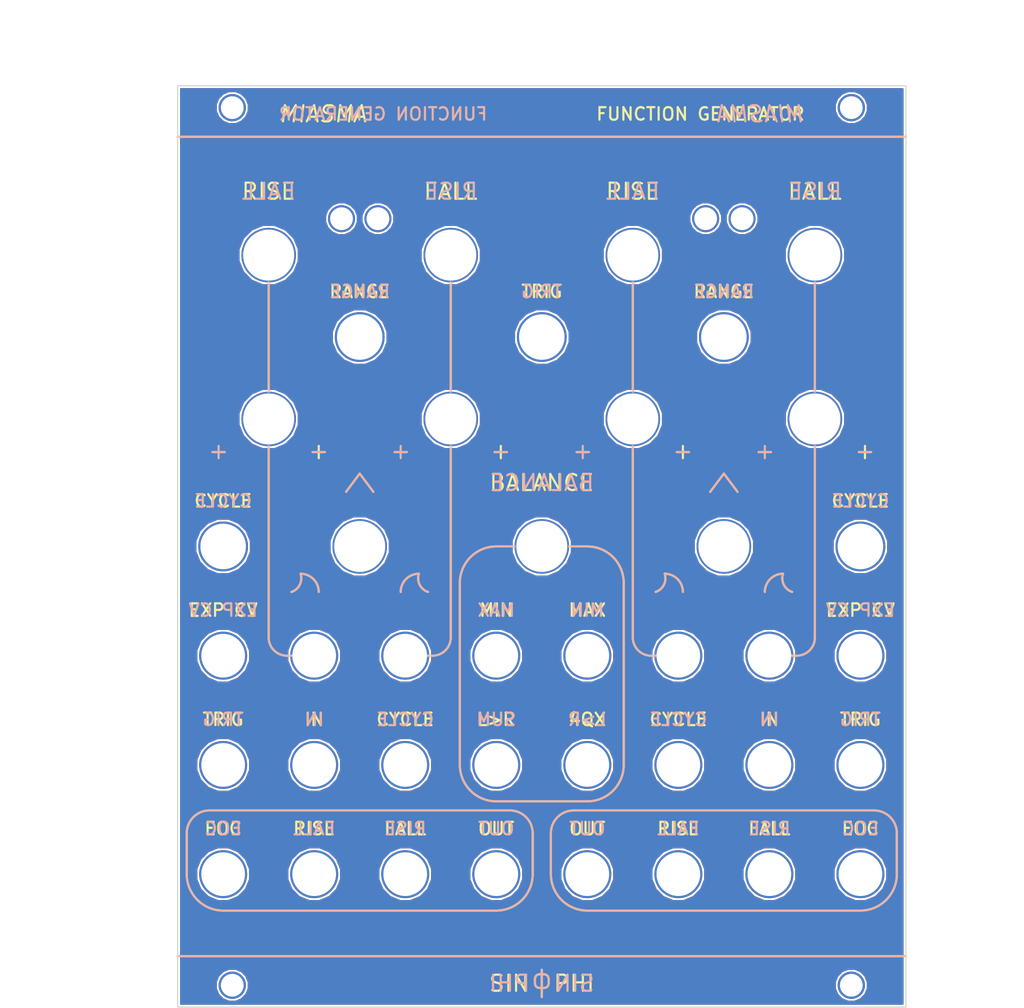
<source format=kicad_pcb>
(kicad_pcb (version 4) (host pcbnew 4.0.1-stable)

  (general
    (links 0)
    (no_connects 0)
    (area 55.804999 74.092999 157.555001 202.767001)
    (thickness 1.6)
    (drawings 220)
    (tracks 0)
    (zones 0)
    (modules 48)
    (nets 1)
  )

  (page A4 portrait)
  (layers
    (0 F.Cu signal)
    (31 B.Cu signal)
    (32 B.Adhes user)
    (33 F.Adhes user)
    (34 B.Paste user)
    (35 F.Paste user)
    (36 B.SilkS user)
    (37 F.SilkS user)
    (38 B.Mask user)
    (39 F.Mask user)
    (40 Dwgs.User user)
    (41 Cmts.User user)
    (42 Eco1.User user)
    (43 Eco2.User user)
    (44 Edge.Cuts user)
    (45 Margin user)
    (46 B.CrtYd user)
    (47 F.CrtYd user)
    (48 B.Fab user)
    (49 F.Fab user)
  )

  (setup
    (last_trace_width 0.2032)
    (trace_clearance 0.0254)
    (zone_clearance 0.254)
    (zone_45_only no)
    (trace_min 0.2)
    (segment_width 0.3)
    (edge_width 0.15)
    (via_size 0.6)
    (via_drill 0.4)
    (via_min_size 0.4)
    (via_min_drill 0.3)
    (uvia_size 0.3)
    (uvia_drill 0.1)
    (uvias_allowed no)
    (uvia_min_size 0.2)
    (uvia_min_drill 0.1)
    (pcb_text_width 0.3)
    (pcb_text_size 1.5 1.5)
    (mod_edge_width 0.15)
    (mod_text_size 1 1)
    (mod_text_width 0.15)
    (pad_size 1.524 1.524)
    (pad_drill 0.762)
    (pad_to_mask_clearance 0.2)
    (aux_axis_origin 0 0)
    (visible_elements 7FFFFFDF)
    (pcbplotparams
      (layerselection 0x010f0_80000001)
      (usegerberextensions false)
      (excludeedgelayer true)
      (linewidth 0.100000)
      (plotframeref false)
      (viasonmask false)
      (mode 1)
      (useauxorigin false)
      (hpglpennumber 1)
      (hpglpenspeed 20)
      (hpglpendiameter 15)
      (hpglpenoverlay 2)
      (psnegative false)
      (psa4output false)
      (plotreference true)
      (plotvalue true)
      (plotinvisibletext false)
      (padsonsilk false)
      (subtractmaskfromsilk true)
      (outputformat 1)
      (mirror false)
      (drillshape 0)
      (scaleselection 1)
      (outputdirectory ""))
  )

  (net 0 "")

  (net_class Default "This is the default net class."
    (clearance 0.0254)
    (trace_width 0.2032)
    (via_dia 0.6)
    (via_drill 0.4)
    (uvia_dia 0.3)
    (uvia_drill 0.1)
  )

  (module PanelDrill:Drill_0.125in_LED (layer F.Cu) (tedit 5AE7780D) (tstamp 5AE7785F)
    (at 134.62 92.71)
    (fp_text reference REF** (at 0 0) (layer F.SilkS) hide
      (effects (font (size 1 1) (thickness 0.15)))
    )
    (fp_text value Drill_0.125in_LED (at 0 -0.5) (layer F.Fab)
      (effects (font (size 1 1) (thickness 0.15)))
    )
    (pad 1 thru_hole circle (at 0 0) (size 3.775 3.775) (drill 3.175) (layers *.Cu *.Mask))
  )

  (module PanelDrill:Drill_0.125in_LED (layer F.Cu) (tedit 5AE7780D) (tstamp 5AE7785A)
    (at 129.54 92.71)
    (fp_text reference REF** (at 0 0) (layer F.SilkS) hide
      (effects (font (size 1 1) (thickness 0.15)))
    )
    (fp_text value Drill_0.125in_LED (at 0 -0.5) (layer F.Fab)
      (effects (font (size 1 1) (thickness 0.15)))
    )
    (pad 1 thru_hole circle (at 0 0) (size 3.775 3.775) (drill 3.175) (layers *.Cu *.Mask))
  )

  (module PanelDrill:Drill_0.125in_LED (layer F.Cu) (tedit 5AE7780D) (tstamp 5AE77850)
    (at 83.82 92.71)
    (fp_text reference REF** (at 0 0) (layer F.SilkS) hide
      (effects (font (size 1 1) (thickness 0.15)))
    )
    (fp_text value Drill_0.125in_LED (at 0 -0.5) (layer F.Fab)
      (effects (font (size 1 1) (thickness 0.15)))
    )
    (pad 1 thru_hole circle (at 0 0) (size 3.775 3.775) (drill 3.175) (layers *.Cu *.Mask))
  )

  (module PanelDrill:Drill_0.25_Switch (layer F.Cu) (tedit 5AE7754F) (tstamp 5AE77606)
    (at 81.28 109.22)
    (fp_text reference REF** (at 0 0.5) (layer F.SilkS) hide
      (effects (font (size 1 1) (thickness 0.15)))
    )
    (fp_text value Drill_0.25_Switch (at 0 -0.5) (layer F.Fab)
      (effects (font (size 1 1) (thickness 0.15)))
    )
    (pad 1 thru_hole circle (at 0 0) (size 6.95 6.95) (drill 6.35) (layers *.Cu *.Mask))
  )

  (module PanelDrill:Drill_0.25_Switch (layer F.Cu) (tedit 5AE7754F) (tstamp 5AE775EE)
    (at 106.68 109.22)
    (fp_text reference REF** (at 0 0.5) (layer F.SilkS) hide
      (effects (font (size 1 1) (thickness 0.15)))
    )
    (fp_text value Drill_0.25_Switch (at 0 -0.5) (layer F.Fab)
      (effects (font (size 1 1) (thickness 0.15)))
    )
    (pad 1 thru_hole circle (at 0 0) (size 6.95 6.95) (drill 6.35) (layers *.Cu *.Mask))
  )

  (module PanelDrill:Drill_0.25_Switch (layer F.Cu) (tedit 5AE7754F) (tstamp 5AE775DC)
    (at 132.08 109.22)
    (fp_text reference REF** (at 0 0.5) (layer F.SilkS) hide
      (effects (font (size 1 1) (thickness 0.15)))
    )
    (fp_text value Drill_0.25_Switch (at 0 -0.5) (layer F.Fab)
      (effects (font (size 1 1) (thickness 0.15)))
    )
    (pad 1 thru_hole circle (at 0 0) (size 6.95 6.95) (drill 6.35) (layers *.Cu *.Mask))
  )

  (module PanelDrill:Drill_0.25_Switch (layer F.Cu) (tedit 5AE7754F) (tstamp 5AE775A2)
    (at 151.13 138.43)
    (fp_text reference REF** (at 0 0.5) (layer F.SilkS) hide
      (effects (font (size 1 1) (thickness 0.15)))
    )
    (fp_text value Drill_0.25_Switch (at 0 -0.5) (layer F.Fab)
      (effects (font (size 1 1) (thickness 0.15)))
    )
    (pad 1 thru_hole circle (at 0 0) (size 6.95 6.95) (drill 6.35) (layers *.Cu *.Mask))
  )

  (module PanelDrill:Drill_0.28in_Pot (layer F.Cu) (tedit 5AE76E45) (tstamp 5AE76F2D)
    (at 132.08 138.43)
    (fp_text reference REF** (at 0 0.5) (layer F.SilkS) hide
      (effects (font (size 1 1) (thickness 0.15)))
    )
    (fp_text value Drill_0.28in_Pot (at 0 -0.5) (layer F.Fab)
      (effects (font (size 1 1) (thickness 0.15)))
    )
    (pad 1 thru_hole circle (at 0 0) (size 7.612 7.612) (drill 7.112) (layers *.Cu *.Mask))
  )

  (module PanelDrill:Drill_0.28in_Pot (layer F.Cu) (tedit 5AE76E45) (tstamp 5AE76F28)
    (at 144.78 120.65)
    (fp_text reference REF** (at 0 0.5) (layer F.SilkS) hide
      (effects (font (size 1 1) (thickness 0.15)))
    )
    (fp_text value Drill_0.28in_Pot (at 0 -0.5) (layer F.Fab)
      (effects (font (size 1 1) (thickness 0.15)))
    )
    (pad 1 thru_hole circle (at 0 0) (size 7.612 7.612) (drill 7.112) (layers *.Cu *.Mask))
  )

  (module PanelDrill:Drill_0.28in_Pot (layer F.Cu) (tedit 5AE76E45) (tstamp 5AE76F24)
    (at 119.38 120.65)
    (fp_text reference REF** (at 0 0.5) (layer F.SilkS) hide
      (effects (font (size 1 1) (thickness 0.15)))
    )
    (fp_text value Drill_0.28in_Pot (at 0 -0.5) (layer F.Fab)
      (effects (font (size 1 1) (thickness 0.15)))
    )
    (pad 1 thru_hole circle (at 0 0) (size 7.612 7.612) (drill 7.112) (layers *.Cu *.Mask))
  )

  (module PanelDrill:Drill_0.28in_Pot (layer F.Cu) (tedit 5AE76E45) (tstamp 5AE76F20)
    (at 93.98 120.65)
    (fp_text reference REF** (at 0 0.5) (layer F.SilkS) hide
      (effects (font (size 1 1) (thickness 0.15)))
    )
    (fp_text value Drill_0.28in_Pot (at 0 -0.5) (layer F.Fab)
      (effects (font (size 1 1) (thickness 0.15)))
    )
    (pad 1 thru_hole circle (at 0 0) (size 7.612 7.612) (drill 7.112) (layers *.Cu *.Mask))
  )

  (module PanelDrill:Drill_0.28in_Pot (layer F.Cu) (tedit 5AE76E45) (tstamp 5AE76F1C)
    (at 68.58 120.65)
    (fp_text reference REF** (at 0 0.5) (layer F.SilkS) hide
      (effects (font (size 1 1) (thickness 0.15)))
    )
    (fp_text value Drill_0.28in_Pot (at 0 -0.5) (layer F.Fab)
      (effects (font (size 1 1) (thickness 0.15)))
    )
    (pad 1 thru_hole circle (at 0 0) (size 7.612 7.612) (drill 7.112) (layers *.Cu *.Mask))
  )

  (module PanelDrill:Drill_0.28in_Pot (layer F.Cu) (tedit 5AE76E45) (tstamp 5AE76F18)
    (at 144.78 97.79)
    (fp_text reference REF** (at 0 0.5) (layer F.SilkS) hide
      (effects (font (size 1 1) (thickness 0.15)))
    )
    (fp_text value Drill_0.28in_Pot (at 0 -0.5) (layer F.Fab)
      (effects (font (size 1 1) (thickness 0.15)))
    )
    (pad 1 thru_hole circle (at 0 0) (size 7.612 7.612) (drill 7.112) (layers *.Cu *.Mask))
  )

  (module PanelDrill:Drill_0.28in_Pot (layer F.Cu) (tedit 5AE76E45) (tstamp 5AE76F14)
    (at 119.38 97.79)
    (fp_text reference REF** (at 0 0.5) (layer F.SilkS) hide
      (effects (font (size 1 1) (thickness 0.15)))
    )
    (fp_text value Drill_0.28in_Pot (at 0 -0.5) (layer F.Fab)
      (effects (font (size 1 1) (thickness 0.15)))
    )
    (pad 1 thru_hole circle (at 0 0) (size 7.612 7.612) (drill 7.112) (layers *.Cu *.Mask))
  )

  (module PanelDrill:Drill_0.28in_Pot (layer F.Cu) (tedit 5AE76E45) (tstamp 5AE76F10)
    (at 93.98 97.79)
    (fp_text reference REF** (at 0 0.5) (layer F.SilkS) hide
      (effects (font (size 1 1) (thickness 0.15)))
    )
    (fp_text value Drill_0.28in_Pot (at 0 -0.5) (layer F.Fab)
      (effects (font (size 1 1) (thickness 0.15)))
    )
    (pad 1 thru_hole circle (at 0 0) (size 7.612 7.612) (drill 7.112) (layers *.Cu *.Mask))
  )

  (module PanelDrill:Drill_0.28in_Pot (layer F.Cu) (tedit 5AE76E45) (tstamp 5AE76EE8)
    (at 68.58 97.79)
    (fp_text reference REF** (at 0 0.5) (layer F.SilkS) hide
      (effects (font (size 1 1) (thickness 0.15)))
    )
    (fp_text value Drill_0.28in_Pot (at 0 -0.5) (layer F.Fab)
      (effects (font (size 1 1) (thickness 0.15)))
    )
    (pad 1 thru_hole circle (at 0 0) (size 7.612 7.612) (drill 7.112) (layers *.Cu *.Mask))
  )

  (module PanelDrill:Drill_0.28in_Pot (layer F.Cu) (tedit 5AE76E45) (tstamp 5AE76EB9)
    (at 81.28 138.43)
    (fp_text reference REF** (at 0 0.5) (layer F.SilkS) hide
      (effects (font (size 1 1) (thickness 0.15)))
    )
    (fp_text value Drill_0.28in_Pot (at 0 -0.5) (layer F.Fab)
      (effects (font (size 1 1) (thickness 0.15)))
    )
    (pad 1 thru_hole circle (at 0 0) (size 7.612 7.612) (drill 7.112) (layers *.Cu *.Mask))
  )

  (module PanelDrill:Drill_0.125_Mount (layer F.Cu) (tedit 5BC567CE) (tstamp 5AE76D9F)
    (at 63.5 199.644)
    (fp_text reference REF** (at 0 0.5) (layer F.SilkS) hide
      (effects (font (size 1 1) (thickness 0.15)))
    )
    (fp_text value Drill_0.125_Mount (at 0 -0.5) (layer F.Fab)
      (effects (font (size 1 1) (thickness 0.15)))
    )
    (pad 1 thru_hole circle (at 0 0) (size 3.81 3.81) (drill 3.175) (layers *.Cu *.Mask))
  )

  (module PanelDrill:Drill_0.125_Mount (layer F.Cu) (tedit 5BC567CE) (tstamp 5AE76CE9)
    (at 149.86 199.644)
    (fp_text reference REF** (at 0 0.5) (layer F.SilkS) hide
      (effects (font (size 1 1) (thickness 0.15)))
    )
    (fp_text value Drill_0.125_Mount (at 0 -0.5) (layer F.Fab)
      (effects (font (size 1 1) (thickness 0.15)))
    )
    (pad 1 thru_hole circle (at 0 0) (size 3.81 3.81) (drill 3.175) (layers *.Cu *.Mask))
  )

  (module PanelDrill:Drill_0.125_Mount (layer F.Cu) (tedit 5BC567CE) (tstamp 5AE76CCD)
    (at 149.86 77.216)
    (fp_text reference REF** (at 0 0.5) (layer F.SilkS) hide
      (effects (font (size 1 1) (thickness 0.15)))
    )
    (fp_text value Drill_0.125_Mount (at 0 -0.5) (layer F.Fab)
      (effects (font (size 1 1) (thickness 0.15)))
    )
    (pad 1 thru_hole circle (at 0 0) (size 3.81 3.81) (drill 3.175) (layers *.Cu *.Mask))
  )

  (module PanelDrill:Drill_0.24in_Jack (layer F.Cu) (tedit 5AE75385) (tstamp 5AE76C45)
    (at 151.13 184.15)
    (fp_text reference REF** (at 0 0.5) (layer F.SilkS) hide
      (effects (font (size 1 1) (thickness 0.15)))
    )
    (fp_text value Drill_0.24in_Jack (at 0 -0.5) (layer F.Fab)
      (effects (font (size 1 1) (thickness 0.15)))
    )
    (pad 1 thru_hole circle (at 0 0) (size 6.696 6.696) (drill 6.096) (layers *.Cu *.Mask))
  )

  (module PanelDrill:Drill_0.24in_Jack (layer F.Cu) (tedit 5AE75385) (tstamp 5AE76C41)
    (at 138.43 184.15)
    (fp_text reference REF** (at 0 0.5) (layer F.SilkS) hide
      (effects (font (size 1 1) (thickness 0.15)))
    )
    (fp_text value Drill_0.24in_Jack (at 0 -0.5) (layer F.Fab)
      (effects (font (size 1 1) (thickness 0.15)))
    )
    (pad 1 thru_hole circle (at 0 0) (size 6.696 6.696) (drill 6.096) (layers *.Cu *.Mask))
  )

  (module PanelDrill:Drill_0.24in_Jack (layer F.Cu) (tedit 5AE75385) (tstamp 5AE76C3D)
    (at 125.73 184.15)
    (fp_text reference REF** (at 0 0.5) (layer F.SilkS) hide
      (effects (font (size 1 1) (thickness 0.15)))
    )
    (fp_text value Drill_0.24in_Jack (at 0 -0.5) (layer F.Fab)
      (effects (font (size 1 1) (thickness 0.15)))
    )
    (pad 1 thru_hole circle (at 0 0) (size 6.696 6.696) (drill 6.096) (layers *.Cu *.Mask))
  )

  (module PanelDrill:Drill_0.24in_Jack (layer F.Cu) (tedit 5AE75385) (tstamp 5AE76C39)
    (at 113.03 184.15)
    (fp_text reference REF** (at 0 0.5) (layer F.SilkS) hide
      (effects (font (size 1 1) (thickness 0.15)))
    )
    (fp_text value Drill_0.24in_Jack (at 0 -0.5) (layer F.Fab)
      (effects (font (size 1 1) (thickness 0.15)))
    )
    (pad 1 thru_hole circle (at 0 0) (size 6.696 6.696) (drill 6.096) (layers *.Cu *.Mask))
  )

  (module PanelDrill:Drill_0.24in_Jack (layer F.Cu) (tedit 5AE75385) (tstamp 5AE76C35)
    (at 100.33 184.15)
    (fp_text reference REF** (at 0 0.5) (layer F.SilkS) hide
      (effects (font (size 1 1) (thickness 0.15)))
    )
    (fp_text value Drill_0.24in_Jack (at 0 -0.5) (layer F.Fab)
      (effects (font (size 1 1) (thickness 0.15)))
    )
    (pad 1 thru_hole circle (at 0 0) (size 6.696 6.696) (drill 6.096) (layers *.Cu *.Mask))
  )

  (module PanelDrill:Drill_0.24in_Jack (layer F.Cu) (tedit 5AE75385) (tstamp 5AE76C31)
    (at 87.63 184.15)
    (fp_text reference REF** (at 0 0.5) (layer F.SilkS) hide
      (effects (font (size 1 1) (thickness 0.15)))
    )
    (fp_text value Drill_0.24in_Jack (at 0 -0.5) (layer F.Fab)
      (effects (font (size 1 1) (thickness 0.15)))
    )
    (pad 1 thru_hole circle (at 0 0) (size 6.696 6.696) (drill 6.096) (layers *.Cu *.Mask))
  )

  (module PanelDrill:Drill_0.24in_Jack (layer F.Cu) (tedit 5AE75385) (tstamp 5AE76C2D)
    (at 74.93 184.15)
    (fp_text reference REF** (at 0 0.5) (layer F.SilkS) hide
      (effects (font (size 1 1) (thickness 0.15)))
    )
    (fp_text value Drill_0.24in_Jack (at 0 -0.5) (layer F.Fab)
      (effects (font (size 1 1) (thickness 0.15)))
    )
    (pad 1 thru_hole circle (at 0 0) (size 6.696 6.696) (drill 6.096) (layers *.Cu *.Mask))
  )

  (module PanelDrill:Drill_0.24in_Jack (layer F.Cu) (tedit 5AE75385) (tstamp 5AE76C29)
    (at 62.23 184.15)
    (fp_text reference REF** (at 0 0.5) (layer F.SilkS) hide
      (effects (font (size 1 1) (thickness 0.15)))
    )
    (fp_text value Drill_0.24in_Jack (at 0 -0.5) (layer F.Fab)
      (effects (font (size 1 1) (thickness 0.15)))
    )
    (pad 1 thru_hole circle (at 0 0) (size 6.696 6.696) (drill 6.096) (layers *.Cu *.Mask))
  )

  (module PanelDrill:Drill_0.24in_Jack (layer F.Cu) (tedit 5AE75385) (tstamp 5AE76C25)
    (at 151.13 168.91)
    (fp_text reference REF** (at 0 0.5) (layer F.SilkS) hide
      (effects (font (size 1 1) (thickness 0.15)))
    )
    (fp_text value Drill_0.24in_Jack (at 0 -0.5) (layer F.Fab)
      (effects (font (size 1 1) (thickness 0.15)))
    )
    (pad 1 thru_hole circle (at 0 0) (size 6.696 6.696) (drill 6.096) (layers *.Cu *.Mask))
  )

  (module PanelDrill:Drill_0.24in_Jack (layer F.Cu) (tedit 5AE75385) (tstamp 5AE76C21)
    (at 138.43 168.91)
    (fp_text reference REF** (at 0 0.5) (layer F.SilkS) hide
      (effects (font (size 1 1) (thickness 0.15)))
    )
    (fp_text value Drill_0.24in_Jack (at 0 -0.5) (layer F.Fab)
      (effects (font (size 1 1) (thickness 0.15)))
    )
    (pad 1 thru_hole circle (at 0 0) (size 6.696 6.696) (drill 6.096) (layers *.Cu *.Mask))
  )

  (module PanelDrill:Drill_0.24in_Jack (layer F.Cu) (tedit 5AE75385) (tstamp 5AE76C1D)
    (at 125.73 168.91)
    (fp_text reference REF** (at 0 0.5) (layer F.SilkS) hide
      (effects (font (size 1 1) (thickness 0.15)))
    )
    (fp_text value Drill_0.24in_Jack (at 0 -0.5) (layer F.Fab)
      (effects (font (size 1 1) (thickness 0.15)))
    )
    (pad 1 thru_hole circle (at 0 0) (size 6.696 6.696) (drill 6.096) (layers *.Cu *.Mask))
  )

  (module PanelDrill:Drill_0.24in_Jack (layer F.Cu) (tedit 5AE75385) (tstamp 5AE76C19)
    (at 113.03 168.91)
    (fp_text reference REF** (at 0 0.5) (layer F.SilkS) hide
      (effects (font (size 1 1) (thickness 0.15)))
    )
    (fp_text value Drill_0.24in_Jack (at 0 -0.5) (layer F.Fab)
      (effects (font (size 1 1) (thickness 0.15)))
    )
    (pad 1 thru_hole circle (at 0 0) (size 6.696 6.696) (drill 6.096) (layers *.Cu *.Mask))
  )

  (module PanelDrill:Drill_0.24in_Jack (layer F.Cu) (tedit 5AE75385) (tstamp 5AE76C15)
    (at 100.33 168.91)
    (fp_text reference REF** (at 0 0.5) (layer F.SilkS) hide
      (effects (font (size 1 1) (thickness 0.15)))
    )
    (fp_text value Drill_0.24in_Jack (at 0 -0.5) (layer F.Fab)
      (effects (font (size 1 1) (thickness 0.15)))
    )
    (pad 1 thru_hole circle (at 0 0) (size 6.696 6.696) (drill 6.096) (layers *.Cu *.Mask))
  )

  (module PanelDrill:Drill_0.24in_Jack (layer F.Cu) (tedit 5AE75385) (tstamp 5AE76C11)
    (at 87.63 168.91)
    (fp_text reference REF** (at 0 0.5) (layer F.SilkS) hide
      (effects (font (size 1 1) (thickness 0.15)))
    )
    (fp_text value Drill_0.24in_Jack (at 0 -0.5) (layer F.Fab)
      (effects (font (size 1 1) (thickness 0.15)))
    )
    (pad 1 thru_hole circle (at 0 0) (size 6.696 6.696) (drill 6.096) (layers *.Cu *.Mask))
  )

  (module PanelDrill:Drill_0.24in_Jack (layer F.Cu) (tedit 5AE75385) (tstamp 5AE76C0D)
    (at 74.93 168.91)
    (fp_text reference REF** (at 0 0.5) (layer F.SilkS) hide
      (effects (font (size 1 1) (thickness 0.15)))
    )
    (fp_text value Drill_0.24in_Jack (at 0 -0.5) (layer F.Fab)
      (effects (font (size 1 1) (thickness 0.15)))
    )
    (pad 1 thru_hole circle (at 0 0) (size 6.696 6.696) (drill 6.096) (layers *.Cu *.Mask))
  )

  (module PanelDrill:Drill_0.24in_Jack (layer F.Cu) (tedit 5AE75385) (tstamp 5AE76C09)
    (at 62.23 168.91)
    (fp_text reference REF** (at 0 0.5) (layer F.SilkS) hide
      (effects (font (size 1 1) (thickness 0.15)))
    )
    (fp_text value Drill_0.24in_Jack (at 0 -0.5) (layer F.Fab)
      (effects (font (size 1 1) (thickness 0.15)))
    )
    (pad 1 thru_hole circle (at 0 0) (size 6.696 6.696) (drill 6.096) (layers *.Cu *.Mask))
  )

  (module PanelDrill:Drill_0.24in_Jack (layer F.Cu) (tedit 5AE75385) (tstamp 5AE76C05)
    (at 151.13 153.67)
    (fp_text reference REF** (at 0 0.5) (layer F.SilkS) hide
      (effects (font (size 1 1) (thickness 0.15)))
    )
    (fp_text value Drill_0.24in_Jack (at 0 -0.5) (layer F.Fab)
      (effects (font (size 1 1) (thickness 0.15)))
    )
    (pad 1 thru_hole circle (at 0 0) (size 6.696 6.696) (drill 6.096) (layers *.Cu *.Mask))
  )

  (module PanelDrill:Drill_0.24in_Jack (layer F.Cu) (tedit 5AE75385) (tstamp 5AE76C01)
    (at 138.43 153.67)
    (fp_text reference REF** (at 0 0.5) (layer F.SilkS) hide
      (effects (font (size 1 1) (thickness 0.15)))
    )
    (fp_text value Drill_0.24in_Jack (at 0 -0.5) (layer F.Fab)
      (effects (font (size 1 1) (thickness 0.15)))
    )
    (pad 1 thru_hole circle (at 0 0) (size 6.696 6.696) (drill 6.096) (layers *.Cu *.Mask))
  )

  (module PanelDrill:Drill_0.24in_Jack (layer F.Cu) (tedit 5AE75385) (tstamp 5AE76BFD)
    (at 125.73 153.67)
    (fp_text reference REF** (at 0 0.5) (layer F.SilkS) hide
      (effects (font (size 1 1) (thickness 0.15)))
    )
    (fp_text value Drill_0.24in_Jack (at 0 -0.5) (layer F.Fab)
      (effects (font (size 1 1) (thickness 0.15)))
    )
    (pad 1 thru_hole circle (at 0 0) (size 6.696 6.696) (drill 6.096) (layers *.Cu *.Mask))
  )

  (module PanelDrill:Drill_0.24in_Jack (layer F.Cu) (tedit 5AE75385) (tstamp 5AE76BF9)
    (at 113.03 153.67)
    (fp_text reference REF** (at 0 0.5) (layer F.SilkS) hide
      (effects (font (size 1 1) (thickness 0.15)))
    )
    (fp_text value Drill_0.24in_Jack (at 0 -0.5) (layer F.Fab)
      (effects (font (size 1 1) (thickness 0.15)))
    )
    (pad 1 thru_hole circle (at 0 0) (size 6.696 6.696) (drill 6.096) (layers *.Cu *.Mask))
  )

  (module PanelDrill:Drill_0.24in_Jack (layer F.Cu) (tedit 5AE75385) (tstamp 5AE76BF5)
    (at 100.33 153.67)
    (fp_text reference REF** (at 0 0.5) (layer F.SilkS) hide
      (effects (font (size 1 1) (thickness 0.15)))
    )
    (fp_text value Drill_0.24in_Jack (at 0 -0.5) (layer F.Fab)
      (effects (font (size 1 1) (thickness 0.15)))
    )
    (pad 1 thru_hole circle (at 0 0) (size 6.696 6.696) (drill 6.096) (layers *.Cu *.Mask))
  )

  (module PanelDrill:Drill_0.24in_Jack (layer F.Cu) (tedit 5AE75385) (tstamp 5AE76BF1)
    (at 87.63 153.67)
    (fp_text reference REF** (at 0 0.5) (layer F.SilkS) hide
      (effects (font (size 1 1) (thickness 0.15)))
    )
    (fp_text value Drill_0.24in_Jack (at 0 -0.5) (layer F.Fab)
      (effects (font (size 1 1) (thickness 0.15)))
    )
    (pad 1 thru_hole circle (at 0 0) (size 6.696 6.696) (drill 6.096) (layers *.Cu *.Mask))
  )

  (module PanelDrill:Drill_0.24in_Jack (layer F.Cu) (tedit 5AE75385) (tstamp 5AE76BED)
    (at 74.93 153.67)
    (fp_text reference REF** (at 0 0.5) (layer F.SilkS) hide
      (effects (font (size 1 1) (thickness 0.15)))
    )
    (fp_text value Drill_0.24in_Jack (at 0 -0.5) (layer F.Fab)
      (effects (font (size 1 1) (thickness 0.15)))
    )
    (pad 1 thru_hole circle (at 0 0) (size 6.696 6.696) (drill 6.096) (layers *.Cu *.Mask))
  )

  (module PanelDrill:Drill_0.24in_Jack (layer F.Cu) (tedit 5AE75385) (tstamp 5AE731A2)
    (at 62.23 153.67)
    (fp_text reference REF** (at 0 0.5) (layer F.SilkS) hide
      (effects (font (size 1 1) (thickness 0.15)))
    )
    (fp_text value Drill_0.24in_Jack (at 0 -0.5) (layer F.Fab)
      (effects (font (size 1 1) (thickness 0.15)))
    )
    (pad 1 thru_hole circle (at 0 0) (size 6.696 6.696) (drill 6.096) (layers *.Cu *.Mask))
  )

  (module PanelDrill:Drill_0.125_Mount (layer F.Cu) (tedit 5BC567CE) (tstamp 5AE76C4D)
    (at 63.5 77.216)
    (fp_text reference REF** (at 0 0.5) (layer F.SilkS) hide
      (effects (font (size 1 1) (thickness 0.15)))
    )
    (fp_text value Drill_0.125_Mount (at 0 -0.5) (layer F.Fab)
      (effects (font (size 1 1) (thickness 0.15)))
    )
    (pad 1 thru_hole circle (at 0 0) (size 3.81 3.81) (drill 3.175) (layers *.Cu *.Mask))
  )

  (module PanelDrill:Drill_0.28in_Pot (layer F.Cu) (tedit 5AE76E45) (tstamp 5AE76E9A)
    (at 106.68 138.43)
    (fp_text reference REF** (at 0 0.5) (layer F.SilkS) hide
      (effects (font (size 1 1) (thickness 0.15)))
    )
    (fp_text value Drill_0.28in_Pot (at 0 -0.5) (layer F.Fab)
      (effects (font (size 1 1) (thickness 0.15)))
    )
    (pad 1 thru_hole circle (at 0 0) (size 7.612 7.612) (drill 7.112) (layers *.Cu *.Mask))
  )

  (module PanelDrill:Drill_0.25_Switch (layer F.Cu) (tedit 5AE7754F) (tstamp 5AE7758C)
    (at 62.23 138.43)
    (fp_text reference REF** (at 0 0.5) (layer F.SilkS) hide
      (effects (font (size 1 1) (thickness 0.15)))
    )
    (fp_text value Drill_0.25_Switch (at 0 -0.5) (layer F.Fab)
      (effects (font (size 1 1) (thickness 0.15)))
    )
    (pad 1 thru_hole circle (at 0 0) (size 6.95 6.95) (drill 6.35) (layers *.Cu *.Mask))
  )

  (module PanelDrill:Drill_0.125in_LED (layer F.Cu) (tedit 5AE7780D) (tstamp 5AE77848)
    (at 78.74 92.71)
    (fp_text reference REF** (at 0 0) (layer F.SilkS) hide
      (effects (font (size 1 1) (thickness 0.15)))
    )
    (fp_text value Drill_0.125in_LED (at 0 -0.5) (layer F.Fab)
      (effects (font (size 1 1) (thickness 0.15)))
    )
    (pad 1 thru_hole circle (at 0 0) (size 3.775 3.775) (drill 3.175) (layers *.Cu *.Mask))
  )

  (dimension 128.524 (width 0.3) (layer Dwgs.User)
    (gr_text "5.0600 in" (at 171.276 138.43 90) (layer Dwgs.User)
      (effects (font (size 1.5 1.5) (thickness 0.3)))
    )
    (feature1 (pts (xy 157.48 74.168) (xy 172.626 74.168)))
    (feature2 (pts (xy 157.48 202.692) (xy 172.626 202.692)))
    (crossbar (pts (xy 169.926 202.692) (xy 169.926 74.168)))
    (arrow1a (pts (xy 169.926 74.168) (xy 170.512421 75.294504)))
    (arrow1b (pts (xy 169.926 74.168) (xy 169.339579 75.294504)))
    (arrow2a (pts (xy 169.926 202.692) (xy 170.512421 201.565496)))
    (arrow2b (pts (xy 169.926 202.692) (xy 169.339579 201.565496)))
  )
  (dimension 124.46 (width 0.3) (layer Dwgs.User)
    (gr_text "124.460 mm" (at 164.545 138.43 90) (layer Dwgs.User)
      (effects (font (size 1.5 1.5) (thickness 0.3)))
    )
    (feature1 (pts (xy 149.86 76.2) (xy 165.895 76.2)))
    (feature2 (pts (xy 149.86 200.66) (xy 165.895 200.66)))
    (crossbar (pts (xy 163.195 200.66) (xy 163.195 76.2)))
    (arrow1a (pts (xy 163.195 76.2) (xy 163.781421 77.326504)))
    (arrow1b (pts (xy 163.195 76.2) (xy 162.608579 77.326504)))
    (arrow2a (pts (xy 163.195 200.66) (xy 163.781421 199.533496)))
    (arrow2b (pts (xy 163.195 200.66) (xy 162.608579 199.533496)))
  )
  (gr_line (start 55.88 74.168) (end 55.88 202.692) (angle 90) (layer Edge.Cuts) (width 0.15))
  (gr_line (start 157.48 202.692) (end 157.48 74.168) (angle 90) (layer Edge.Cuts) (width 0.15))
  (gr_line (start 55.88 202.692) (end 157.48 202.692) (angle 90) (layer Edge.Cuts) (width 0.15))
  (gr_line (start 157.48 74.168) (end 55.88 74.168) (angle 90) (layer Edge.Cuts) (width 0.15))
  (dimension 128.524 (width 0.3) (layer Dwgs.User)
    (gr_text "128.524 mm" (at 167.974 138.43 90) (layer Dwgs.User)
      (effects (font (size 1.5 1.5) (thickness 0.3)))
    )
    (feature1 (pts (xy 157.48 74.168) (xy 169.324 74.168)))
    (feature2 (pts (xy 157.48 202.692) (xy 169.324 202.692)))
    (crossbar (pts (xy 166.624 202.692) (xy 166.624 74.168)))
    (arrow1a (pts (xy 166.624 74.168) (xy 167.210421 75.294504)))
    (arrow1b (pts (xy 166.624 74.168) (xy 166.037579 75.294504)))
    (arrow2a (pts (xy 166.624 202.692) (xy 167.210421 201.565496)))
    (arrow2b (pts (xy 166.624 202.692) (xy 166.037579 201.565496)))
  )
  (gr_line (start 106.3625 198.12) (end 106.9975 198.12) (angle 90) (layer F.SilkS) (width 0.3))
  (gr_line (start 107.6325 199.39) (end 107.6325 198.755) (angle 90) (layer F.SilkS) (width 0.3))
  (gr_line (start 105.7275 199.39) (end 105.7275 198.755) (angle 90) (layer F.SilkS) (width 0.3))
  (gr_line (start 106.3625 200.025) (end 106.9975 200.025) (angle 90) (layer F.SilkS) (width 0.3))
  (gr_line (start 106.68 197.485) (end 106.68 201.295) (angle 90) (layer F.SilkS) (width 0.3))
  (gr_arc (start 106.9975 199.39) (end 107.6325 199.39) (angle 90) (layer F.SilkS) (width 0.3))
  (gr_arc (start 106.3625 199.39) (end 106.3625 200.025) (angle 90) (layer F.SilkS) (width 0.3))
  (gr_arc (start 106.3625 198.755) (end 105.7275 198.755) (angle 90) (layer F.SilkS) (width 0.3))
  (gr_arc (start 106.9975 198.755) (end 106.9975 198.12) (angle 90) (layer F.SilkS) (width 0.3))
  (gr_line (start 106.3625 198.12) (end 106.9975 198.12) (angle 90) (layer B.SilkS) (width 0.3))
  (gr_line (start 107.6325 199.39) (end 107.6325 198.755) (angle 90) (layer B.SilkS) (width 0.3))
  (gr_line (start 105.7275 199.39) (end 105.7275 198.755) (angle 90) (layer B.SilkS) (width 0.3))
  (gr_line (start 106.3625 200.025) (end 106.9975 200.025) (angle 90) (layer B.SilkS) (width 0.3))
  (gr_line (start 106.68 197.485) (end 106.68 201.295) (angle 90) (layer B.SilkS) (width 0.3))
  (gr_arc (start 106.9975 199.39) (end 107.6325 199.39) (angle 90) (layer B.SilkS) (width 0.3))
  (gr_arc (start 106.3625 199.39) (end 106.3625 200.025) (angle 90) (layer B.SilkS) (width 0.3))
  (gr_arc (start 106.3625 198.755) (end 105.7275 198.755) (angle 90) (layer B.SilkS) (width 0.3))
  (gr_arc (start 106.9975 198.755) (end 106.9975 198.12) (angle 90) (layer B.SilkS) (width 0.3))
  (gr_line (start 57.15 184.15) (end 57.15 178.435) (angle 90) (layer F.SilkS) (width 0.3))
  (gr_line (start 105.41 184.15) (end 105.41 178.435) (angle 90) (layer F.SilkS) (width 0.3))
  (gr_line (start 60.325 175.26) (end 102.235 175.26) (angle 90) (layer F.SilkS) (width 0.3))
  (gr_arc (start 60.325 178.435) (end 57.15 178.435) (angle 90) (layer F.SilkS) (width 0.3))
  (gr_line (start 156.21 184.15) (end 156.21 178.435) (angle 90) (layer F.SilkS) (width 0.3))
  (gr_line (start 107.95 184.15) (end 107.95 178.435) (angle 90) (layer F.SilkS) (width 0.3))
  (gr_line (start 153.035 175.26) (end 111.125 175.26) (angle 90) (layer F.SilkS) (width 0.3))
  (gr_arc (start 102.235 178.435) (end 102.235 175.26) (angle 90) (layer F.SilkS) (width 0.3))
  (gr_arc (start 111.125 178.435) (end 107.95 178.435) (angle 90) (layer F.SilkS) (width 0.3))
  (gr_arc (start 153.035 178.435) (end 153.035 175.26) (angle 90) (layer F.SilkS) (width 0.3))
  (gr_text "SIN  PHI" (at 106.68 199.39) (layer F.SilkS)
    (effects (font (size 2.25 2.25) (thickness 0.3)))
  )
  (gr_line (start 55.88 81.28) (end 157.48 81.28) (angle 90) (layer F.SilkS) (width 0.3))
  (gr_line (start 55.88 195.58) (end 157.48 195.58) (angle 90) (layer F.SilkS) (width 0.3))
  (gr_text + (at 151.765 125.095) (layer F.SilkS)
    (effects (font (size 2.25 2.25) (thickness 0.3)))
  )
  (gr_text + (at 126.365 125.095) (layer F.SilkS)
    (effects (font (size 2.25 2.25) (thickness 0.3)))
  )
  (gr_text + (at 75.565 125.095) (layer F.SilkS)
    (effects (font (size 2.25 2.25) (thickness 0.3)))
  )
  (gr_text - (at 61.595 125.095) (layer F.SilkS)
    (effects (font (size 2.25 2.25) (thickness 0.3)))
  )
  (gr_text - (at 137.795 125.095) (layer F.SilkS)
    (effects (font (size 2.25 2.25) (thickness 0.3)))
  )
  (gr_text - (at 112.395 125.095) (layer F.SilkS)
    (effects (font (size 2.25 2.25) (thickness 0.3)))
  )
  (gr_text + (at 100.965 125.095) (layer F.SilkS)
    (effects (font (size 2.25 2.25) (thickness 0.3)))
  )
  (gr_text - (at 86.995 125.095) (layer F.SilkS)
    (effects (font (size 2.25 2.25) (thickness 0.3)))
  )
  (gr_arc (start 121.92 142.875) (end 123.825 142.24) (angle 90) (layer F.SilkS) (width 0.3) (tstamp 5AC586B6))
  (gr_arc (start 123.825 144.78) (end 123.825 142.24) (angle 90) (layer F.SilkS) (width 0.3) (tstamp 5AC586B5))
  (gr_line (start 130.175 130.81) (end 132.08 128.27) (angle 90) (layer F.SilkS) (width 0.3) (tstamp 5AC586B4))
  (gr_line (start 132.08 128.27) (end 133.985 130.81) (angle 90) (layer F.SilkS) (width 0.3) (tstamp 5AC586B3))
  (gr_arc (start 140.335 144.78) (end 137.795 144.78) (angle 90) (layer F.SilkS) (width 0.3) (tstamp 5AC586B2))
  (gr_arc (start 142.24 142.875) (end 141.605 144.78) (angle 90) (layer F.SilkS) (width 0.3) (tstamp 5AC586B1))
  (gr_arc (start 91.44 142.875) (end 90.805 144.78) (angle 90) (layer F.SilkS) (width 0.3))
  (gr_arc (start 89.535 144.78) (end 86.995 144.78) (angle 90) (layer F.SilkS) (width 0.3))
  (gr_line (start 81.28 128.27) (end 83.185 130.81) (angle 90) (layer F.SilkS) (width 0.3))
  (gr_line (start 79.375 130.81) (end 81.28 128.27) (angle 90) (layer F.SilkS) (width 0.3))
  (gr_arc (start 73.025 144.78) (end 73.025 142.24) (angle 90) (layer F.SilkS) (width 0.3))
  (gr_arc (start 71.12 142.875) (end 73.025 142.24) (angle 90) (layer F.SilkS) (width 0.3))
  (gr_text MIASMA (at 69.85 78.105) (layer F.SilkS)
    (effects (font (size 2.25 2.25) (thickness 0.3) italic) (justify left))
  )
  (gr_text "FUNCTION GENERATOR" (at 143.51 78.105) (layer F.SilkS)
    (effects (font (size 1.75 1.75) (thickness 0.3)) (justify right))
  )
  (gr_text BALANCE (at 106.68 129.54) (layer F.SilkS)
    (effects (font (size 2.25 2.25) (thickness 0.3)))
  )
  (gr_text RISE (at 119.38 88.9) (layer F.SilkS)
    (effects (font (size 2.25 2.25) (thickness 0.3)))
  )
  (gr_text FALL (at 144.78 88.9) (layer F.SilkS)
    (effects (font (size 2.25 2.25) (thickness 0.3)))
  )
  (gr_text FALL (at 93.98 88.9) (layer F.SilkS)
    (effects (font (size 2.25 2.25) (thickness 0.3)))
  )
  (gr_text RISE (at 68.58 88.9) (layer F.SilkS)
    (effects (font (size 2.25 2.25) (thickness 0.3)))
  )
  (gr_line (start 95.25 168.91) (end 95.25 143.51) (angle 90) (layer F.SilkS) (width 0.3))
  (gr_line (start 118.11 143.51) (end 118.11 168.91) (angle 90) (layer F.SilkS) (width 0.3))
  (gr_line (start 102.87 138.43) (end 100.33 138.43) (angle 90) (layer F.SilkS) (width 0.3))
  (gr_line (start 110.49 138.43) (end 113.03 138.43) (angle 90) (layer F.SilkS) (width 0.3))
  (gr_arc (start 113.03 143.51) (end 113.03 138.43) (angle 90) (layer F.SilkS) (width 0.3))
  (gr_arc (start 100.33 143.51) (end 95.25 143.51) (angle 90) (layer F.SilkS) (width 0.3))
  (gr_text RANGE (at 132.08 102.87) (layer F.SilkS)
    (effects (font (size 1.75 1.75) (thickness 0.3)))
  )
  (gr_text RANGE (at 81.28 102.87) (layer F.SilkS)
    (effects (font (size 1.75 1.75) (thickness 0.3)))
  )
  (gr_text TRIG (at 106.68 102.87) (layer F.SilkS)
    (effects (font (size 1.75 1.75) (thickness 0.3)))
  )
  (gr_text CYCLE (at 151.13 132.08) (layer F.SilkS)
    (effects (font (size 1.75 1.75) (thickness 0.3)))
  )
  (gr_text CYCLE (at 62.23 132.08) (layer F.SilkS)
    (effects (font (size 1.75 1.75) (thickness 0.3)))
  )
  (gr_text "EXP CV" (at 151.13 147.32) (layer F.SilkS)
    (effects (font (size 1.75 1.75) (thickness 0.3)))
  )
  (gr_text "EXP CV" (at 62.23 147.32) (layer F.SilkS)
    (effects (font (size 1.75 1.75) (thickness 0.3)))
  )
  (gr_text TRIG (at 151.13 162.56) (layer F.SilkS)
    (effects (font (size 1.75 1.75) (thickness 0.3)))
  )
  (gr_text IN (at 138.43 162.56) (layer F.SilkS)
    (effects (font (size 1.75 1.75) (thickness 0.3)))
  )
  (gr_text CYCLE (at 125.73 162.56) (layer F.SilkS)
    (effects (font (size 1.75 1.75) (thickness 0.3)))
  )
  (gr_text TRIG (at 62.23 162.56) (layer F.SilkS)
    (effects (font (size 1.75 1.75) (thickness 0.3)))
  )
  (gr_text IN (at 74.93 162.56) (layer F.SilkS)
    (effects (font (size 1.75 1.75) (thickness 0.3)))
  )
  (gr_text CYCLE (at 87.63 162.56) (layer F.SilkS)
    (effects (font (size 1.75 1.75) (thickness 0.3)))
  )
  (gr_text L>R (at 100.33 162.56) (layer F.SilkS)
    (effects (font (size 1.75 1.75) (thickness 0.3)))
  )
  (gr_text 4QX (at 113.03 162.56) (layer F.SilkS)
    (effects (font (size 1.75 1.75) (thickness 0.3)))
  )
  (gr_text MIN (at 100.33 147.32) (layer F.SilkS)
    (effects (font (size 1.75 1.75) (thickness 0.3)))
  )
  (gr_text MAX (at 113.03 147.32) (layer F.SilkS)
    (effects (font (size 1.75 1.75) (thickness 0.3)))
  )
  (gr_line (start 100.33 189.23) (end 62.23 189.23) (angle 90) (layer F.SilkS) (width 0.3))
  (gr_line (start 151.13 189.23) (end 113.03 189.23) (angle 90) (layer F.SilkS) (width 0.3))
  (gr_arc (start 113.03 184.15) (end 113.03 189.23) (angle 90) (layer F.SilkS) (width 0.3))
  (gr_arc (start 100.33 184.15) (end 105.41 184.15) (angle 90) (layer F.SilkS) (width 0.3))
  (gr_arc (start 151.13 184.15) (end 156.21 184.15) (angle 90) (layer F.SilkS) (width 0.3))
  (gr_arc (start 62.23 184.15) (end 62.23 189.23) (angle 90) (layer F.SilkS) (width 0.3))
  (gr_text EOC (at 62.23 177.8) (layer F.SilkS)
    (effects (font (size 1.75 1.75) (thickness 0.3)))
  )
  (gr_text EOC (at 151.13 177.8) (layer F.SilkS)
    (effects (font (size 1.75 1.75) (thickness 0.3)))
  )
  (gr_text FALL (at 138.43 177.8) (layer F.SilkS)
    (effects (font (size 1.75 1.75) (thickness 0.3)))
  )
  (gr_text RISE (at 74.93 177.8) (layer F.SilkS)
    (effects (font (size 1.75 1.75) (thickness 0.3)))
  )
  (gr_text RISE (at 125.73 177.8) (layer F.SilkS)
    (effects (font (size 1.75 1.75) (thickness 0.3)))
  )
  (gr_text FALL (at 87.63 177.8) (layer F.SilkS)
    (effects (font (size 1.75 1.75) (thickness 0.3)))
  )
  (gr_text OUT (at 100.33 177.8) (layer F.SilkS)
    (effects (font (size 1.75 1.75) (thickness 0.3)))
  )
  (gr_text OUT (at 113.03 177.8) (layer F.SilkS)
    (effects (font (size 1.75 1.75) (thickness 0.3)))
  )
  (gr_line (start 100.33 173.99) (end 113.03 173.99) (angle 90) (layer F.SilkS) (width 0.3))
  (gr_arc (start 113.03 168.91) (end 118.11 168.91) (angle 90) (layer F.SilkS) (width 0.3))
  (gr_arc (start 100.33 168.91) (end 100.33 173.99) (angle 90) (layer F.SilkS) (width 0.3))
  (gr_arc (start 71.12 151.13) (end 71.12 153.67) (angle 90) (layer F.SilkS) (width 0.3))
  (gr_arc (start 91.44 151.13) (end 93.98 151.13) (angle 90) (layer F.SilkS) (width 0.3))
  (gr_line (start 93.98 124.46) (end 93.98 151.13) (angle 90) (layer F.SilkS) (width 0.3))
  (gr_line (start 90.805 153.67) (end 91.44 153.67) (angle 90) (layer F.SilkS) (width 0.3))
  (gr_line (start 71.755 153.67) (end 71.12 153.67) (angle 90) (layer F.SilkS) (width 0.3))
  (gr_line (start 68.58 124.46) (end 68.58 151.13) (angle 90) (layer F.SilkS) (width 0.3))
  (gr_line (start 68.58 116.84) (end 68.58 101.6) (angle 90) (layer F.SilkS) (width 0.3))
  (gr_line (start 93.98 116.84) (end 93.98 101.6) (angle 90) (layer F.SilkS) (width 0.3))
  (gr_line (start 144.78 116.84) (end 144.78 101.6) (angle 90) (layer F.SilkS) (width 0.3))
  (gr_line (start 119.38 116.84) (end 119.38 101.6) (angle 90) (layer F.SilkS) (width 0.3))
  (gr_arc (start 142.24 151.13) (end 144.78 151.13) (angle 90) (layer F.SilkS) (width 0.3))
  (gr_line (start 144.78 124.46) (end 144.78 151.13) (angle 90) (layer F.SilkS) (width 0.3))
  (gr_line (start 141.605 153.67) (end 142.24 153.67) (angle 90) (layer F.SilkS) (width 0.3))
  (gr_line (start 121.92 153.67) (end 122.555 153.67) (angle 90) (layer F.SilkS) (width 0.3))
  (gr_arc (start 121.92 151.13) (end 121.92 153.67) (angle 90) (layer F.SilkS) (width 0.3))
  (gr_line (start 119.38 124.46) (end 119.38 151.13) (angle 90) (layer F.SilkS) (width 0.3))
  (gr_line (start 57.15 184.15) (end 57.15 178.435) (angle 90) (layer B.SilkS) (width 0.3))
  (gr_line (start 105.41 184.15) (end 105.41 178.435) (angle 90) (layer B.SilkS) (width 0.3))
  (gr_line (start 60.325 175.26) (end 102.235 175.26) (angle 90) (layer B.SilkS) (width 0.3))
  (gr_arc (start 60.325 178.435) (end 57.15 178.435) (angle 90) (layer B.SilkS) (width 0.3))
  (gr_line (start 156.21 184.15) (end 156.21 178.435) (angle 90) (layer B.SilkS) (width 0.3))
  (gr_line (start 107.95 184.15) (end 107.95 178.435) (angle 90) (layer B.SilkS) (width 0.3))
  (gr_line (start 153.035 175.26) (end 111.125 175.26) (angle 90) (layer B.SilkS) (width 0.3))
  (gr_arc (start 102.235 178.435) (end 102.235 175.26) (angle 90) (layer B.SilkS) (width 0.3))
  (gr_arc (start 111.125 178.435) (end 107.95 178.435) (angle 90) (layer B.SilkS) (width 0.3))
  (gr_arc (start 153.035 178.435) (end 153.035 175.26) (angle 90) (layer B.SilkS) (width 0.3))
  (gr_text "SIN  PHI" (at 106.68 199.39) (layer B.SilkS)
    (effects (font (size 2.25 2.25) (thickness 0.3)) (justify mirror))
  )
  (gr_line (start 55.88 81.28) (end 157.48 81.28) (angle 90) (layer B.SilkS) (width 0.3))
  (gr_line (start 55.88 195.58) (end 157.48 195.58) (angle 90) (layer B.SilkS) (width 0.3))
  (gr_text + (at 137.795 125.095) (layer B.SilkS)
    (effects (font (size 2.25 2.25) (thickness 0.3)) (justify mirror))
  )
  (gr_text + (at 112.395 125.095) (layer B.SilkS)
    (effects (font (size 2.25 2.25) (thickness 0.3)) (justify mirror))
  )
  (gr_text + (at 61.595 125.095) (layer B.SilkS)
    (effects (font (size 2.25 2.25) (thickness 0.3)) (justify mirror))
  )
  (gr_text - (at 75.565 125.095) (layer B.SilkS)
    (effects (font (size 2.25 2.25) (thickness 0.3)) (justify mirror))
  )
  (gr_text - (at 151.765 125.095) (layer B.SilkS)
    (effects (font (size 2.25 2.25) (thickness 0.3)) (justify mirror))
  )
  (gr_text - (at 126.365 125.095) (layer B.SilkS)
    (effects (font (size 2.25 2.25) (thickness 0.3)) (justify mirror))
  )
  (gr_text + (at 86.995 125.095) (layer B.SilkS)
    (effects (font (size 2.25 2.25) (thickness 0.3)) (justify mirror))
  )
  (gr_text - (at 100.965 125.095) (layer B.SilkS)
    (effects (font (size 2.25 2.25) (thickness 0.3)) (justify mirror))
  )
  (gr_arc (start 121.92 142.875) (end 123.825 142.24) (angle 90) (layer B.SilkS) (width 0.3) (tstamp 5AC586B6))
  (gr_arc (start 123.825 144.78) (end 123.825 142.24) (angle 90) (layer B.SilkS) (width 0.3) (tstamp 5AC586B5))
  (gr_line (start 130.175 130.81) (end 132.08 128.27) (angle 90) (layer B.SilkS) (width 0.3) (tstamp 5AC586B4))
  (gr_line (start 132.08 128.27) (end 133.985 130.81) (angle 90) (layer B.SilkS) (width 0.3) (tstamp 5AC586B3))
  (gr_arc (start 140.335 144.78) (end 137.795 144.78) (angle 90) (layer B.SilkS) (width 0.3) (tstamp 5AC586B2))
  (gr_arc (start 142.24 142.875) (end 141.605 144.78) (angle 90) (layer B.SilkS) (width 0.3) (tstamp 5AC586B1))
  (gr_arc (start 91.44 142.875) (end 90.805 144.78) (angle 90) (layer B.SilkS) (width 0.3))
  (gr_arc (start 89.535 144.78) (end 86.995 144.78) (angle 90) (layer B.SilkS) (width 0.3))
  (gr_line (start 81.28 128.27) (end 83.185 130.81) (angle 90) (layer B.SilkS) (width 0.3))
  (gr_line (start 79.375 130.81) (end 81.28 128.27) (angle 90) (layer B.SilkS) (width 0.3))
  (gr_arc (start 73.025 144.78) (end 73.025 142.24) (angle 90) (layer B.SilkS) (width 0.3))
  (gr_arc (start 71.12 142.875) (end 73.025 142.24) (angle 90) (layer B.SilkS) (width 0.3))
  (gr_text MIASMA (at 143.51 78.105) (layer B.SilkS)
    (effects (font (size 2.25 2.25) (thickness 0.3) italic) (justify left mirror))
  )
  (gr_text "FUNCTION GENERATOR" (at 69.85 78.105) (layer B.SilkS)
    (effects (font (size 1.75 1.75) (thickness 0.3)) (justify right mirror))
  )
  (gr_text BALANCE (at 106.68 129.54) (layer B.SilkS)
    (effects (font (size 2.25 2.25) (thickness 0.3)) (justify mirror))
  )
  (gr_text RISE (at 144.78 88.9) (layer B.SilkS)
    (effects (font (size 2.25 2.25) (thickness 0.3)) (justify mirror))
  )
  (gr_text FALL (at 119.38 88.9) (layer B.SilkS)
    (effects (font (size 2.25 2.25) (thickness 0.3)) (justify mirror))
  )
  (gr_text FALL (at 68.58 88.9) (layer B.SilkS)
    (effects (font (size 2.25 2.25) (thickness 0.3)) (justify mirror))
  )
  (gr_text RISE (at 93.98 88.9) (layer B.SilkS)
    (effects (font (size 2.25 2.25) (thickness 0.3)) (justify mirror))
  )
  (gr_line (start 95.25 168.91) (end 95.25 143.51) (angle 90) (layer B.SilkS) (width 0.3))
  (gr_line (start 118.11 143.51) (end 118.11 168.91) (angle 90) (layer B.SilkS) (width 0.3))
  (gr_line (start 102.87 138.43) (end 100.33 138.43) (angle 90) (layer B.SilkS) (width 0.3))
  (gr_line (start 110.49 138.43) (end 113.03 138.43) (angle 90) (layer B.SilkS) (width 0.3))
  (gr_arc (start 113.03 143.51) (end 113.03 138.43) (angle 90) (layer B.SilkS) (width 0.3))
  (gr_arc (start 100.33 143.51) (end 95.25 143.51) (angle 90) (layer B.SilkS) (width 0.3))
  (gr_text RANGE (at 132.08 102.87) (layer B.SilkS)
    (effects (font (size 1.75 1.75) (thickness 0.3)) (justify mirror))
  )
  (gr_text RANGE (at 81.28 102.87) (layer B.SilkS)
    (effects (font (size 1.75 1.75) (thickness 0.3)) (justify mirror))
  )
  (gr_text TRIG (at 106.68 102.87) (layer B.SilkS)
    (effects (font (size 1.75 1.75) (thickness 0.3)) (justify mirror))
  )
  (gr_text CYCLE (at 151.13 132.08) (layer B.SilkS)
    (effects (font (size 1.75 1.75) (thickness 0.3)) (justify mirror))
  )
  (gr_text CYCLE (at 62.23 132.08) (layer B.SilkS)
    (effects (font (size 1.75 1.75) (thickness 0.3)) (justify mirror))
  )
  (gr_text "EXP CV" (at 151.13 147.32) (layer B.SilkS)
    (effects (font (size 1.75 1.75) (thickness 0.3)) (justify mirror))
  )
  (gr_text "EXP CV" (at 62.23 147.32) (layer B.SilkS)
    (effects (font (size 1.75 1.75) (thickness 0.3)) (justify mirror))
  )
  (gr_text TRIG (at 151.13 162.56) (layer B.SilkS)
    (effects (font (size 1.75 1.75) (thickness 0.3)) (justify mirror))
  )
  (gr_text IN (at 138.43 162.56) (layer B.SilkS)
    (effects (font (size 1.75 1.75) (thickness 0.3)) (justify mirror))
  )
  (gr_text CYCLE (at 125.73 162.56) (layer B.SilkS)
    (effects (font (size 1.75 1.75) (thickness 0.3)) (justify mirror))
  )
  (gr_text TRIG (at 62.23 162.56) (layer B.SilkS)
    (effects (font (size 1.75 1.75) (thickness 0.3)) (justify mirror))
  )
  (gr_text IN (at 74.93 162.56) (layer B.SilkS)
    (effects (font (size 1.75 1.75) (thickness 0.3)) (justify mirror))
  )
  (gr_text CYCLE (at 87.63 162.56) (layer B.SilkS)
    (effects (font (size 1.75 1.75) (thickness 0.3)) (justify mirror))
  )
  (gr_text L>R (at 113.03 162.56) (layer B.SilkS)
    (effects (font (size 1.75 1.75) (thickness 0.3)) (justify mirror))
  )
  (gr_text SUM (at 100.33 162.56) (layer B.SilkS)
    (effects (font (size 1.75 1.75) (thickness 0.3)) (justify mirror))
  )
  (gr_text MIN (at 113.03 147.32) (layer B.SilkS)
    (effects (font (size 1.75 1.75) (thickness 0.3)) (justify mirror))
  )
  (gr_text MAX (at 100.33 147.32) (layer B.SilkS)
    (effects (font (size 1.75 1.75) (thickness 0.3)) (justify mirror))
  )
  (gr_line (start 100.33 189.23) (end 62.23 189.23) (angle 90) (layer B.SilkS) (width 0.3))
  (gr_line (start 151.13 189.23) (end 113.03 189.23) (angle 90) (layer B.SilkS) (width 0.3))
  (gr_arc (start 113.03 184.15) (end 113.03 189.23) (angle 90) (layer B.SilkS) (width 0.3))
  (gr_arc (start 100.33 184.15) (end 105.41 184.15) (angle 90) (layer B.SilkS) (width 0.3))
  (gr_arc (start 151.13 184.15) (end 156.21 184.15) (angle 90) (layer B.SilkS) (width 0.3))
  (gr_arc (start 62.23 184.15) (end 62.23 189.23) (angle 90) (layer B.SilkS) (width 0.3))
  (gr_text EOC (at 62.23 177.8) (layer B.SilkS)
    (effects (font (size 1.75 1.75) (thickness 0.3)) (justify mirror))
  )
  (gr_text EOC (at 151.13 177.8) (layer B.SilkS)
    (effects (font (size 1.75 1.75) (thickness 0.3)) (justify mirror))
  )
  (gr_text FALL (at 125.73 177.8) (layer B.SilkS)
    (effects (font (size 1.75 1.75) (thickness 0.3)) (justify mirror))
  )
  (gr_text RISE (at 87.63 177.8) (layer B.SilkS)
    (effects (font (size 1.75 1.75) (thickness 0.3)) (justify mirror))
  )
  (gr_text RISE (at 138.43 177.8) (layer B.SilkS)
    (effects (font (size 1.75 1.75) (thickness 0.3)) (justify mirror))
  )
  (gr_text FALL (at 74.93 177.8) (layer B.SilkS)
    (effects (font (size 1.75 1.75) (thickness 0.3)) (justify mirror))
  )
  (gr_text OUT (at 100.33 177.8) (layer B.SilkS)
    (effects (font (size 1.75 1.75) (thickness 0.3)) (justify mirror))
  )
  (gr_text OUT (at 113.03 177.8) (layer B.SilkS)
    (effects (font (size 1.75 1.75) (thickness 0.3)) (justify mirror))
  )
  (gr_line (start 100.33 173.99) (end 113.03 173.99) (angle 90) (layer B.SilkS) (width 0.3))
  (gr_arc (start 113.03 168.91) (end 118.11 168.91) (angle 90) (layer B.SilkS) (width 0.3))
  (gr_arc (start 100.33 168.91) (end 100.33 173.99) (angle 90) (layer B.SilkS) (width 0.3))
  (gr_arc (start 71.12 151.13) (end 71.12 153.67) (angle 90) (layer B.SilkS) (width 0.3))
  (gr_arc (start 91.44 151.13) (end 93.98 151.13) (angle 90) (layer B.SilkS) (width 0.3))
  (gr_line (start 93.98 124.46) (end 93.98 151.13) (angle 90) (layer B.SilkS) (width 0.3))
  (gr_line (start 90.805 153.67) (end 91.44 153.67) (angle 90) (layer B.SilkS) (width 0.3))
  (gr_line (start 71.755 153.67) (end 71.12 153.67) (angle 90) (layer B.SilkS) (width 0.3))
  (gr_line (start 68.58 124.46) (end 68.58 151.13) (angle 90) (layer B.SilkS) (width 0.3))
  (gr_line (start 68.58 116.84) (end 68.58 101.6) (angle 90) (layer B.SilkS) (width 0.3))
  (gr_line (start 93.98 116.84) (end 93.98 101.6) (angle 90) (layer B.SilkS) (width 0.3))
  (gr_line (start 144.78 116.84) (end 144.78 101.6) (angle 90) (layer B.SilkS) (width 0.3))
  (gr_line (start 119.38 116.84) (end 119.38 101.6) (angle 90) (layer B.SilkS) (width 0.3))
  (gr_arc (start 142.24 151.13) (end 144.78 151.13) (angle 90) (layer B.SilkS) (width 0.3))
  (gr_line (start 144.78 124.46) (end 144.78 151.13) (angle 90) (layer B.SilkS) (width 0.3))
  (gr_line (start 141.605 153.67) (end 142.24 153.67) (angle 90) (layer B.SilkS) (width 0.3))
  (gr_line (start 121.92 153.67) (end 122.555 153.67) (angle 90) (layer B.SilkS) (width 0.3))
  (gr_arc (start 121.92 151.13) (end 121.92 153.67) (angle 90) (layer B.SilkS) (width 0.3))
  (gr_line (start 119.38 124.46) (end 119.38 151.13) (angle 90) (layer B.SilkS) (width 0.3))
  (dimension 128.27 (width 0.3) (layer Dwgs.User)
    (gr_text "128.270 mm" (at 37.385 138.43 90) (layer Dwgs.User)
      (effects (font (size 1.5 1.5) (thickness 0.3)))
    )
    (feature1 (pts (xy 55.245 74.295) (xy 36.035 74.295)))
    (feature2 (pts (xy 55.245 202.565) (xy 36.035 202.565)))
    (crossbar (pts (xy 38.735 202.565) (xy 38.735 74.295)))
    (arrow1a (pts (xy 38.735 74.295) (xy 39.321421 75.421504)))
    (arrow1b (pts (xy 38.735 74.295) (xy 38.148579 75.421504)))
    (arrow2a (pts (xy 38.735 202.565) (xy 39.321421 201.438496)))
    (arrow2b (pts (xy 38.735 202.565) (xy 38.148579 201.438496)))
  )
  (dimension 50.8 (width 0.3) (layer Dwgs.User)
    (gr_text "2.0000 in" (at 81.28 64.055) (layer Dwgs.User)
      (effects (font (size 1.5 1.5) (thickness 0.3)))
    )
    (feature1 (pts (xy 106.68 71.755) (xy 106.68 62.705)))
    (feature2 (pts (xy 55.88 71.755) (xy 55.88 62.705)))
    (crossbar (pts (xy 55.88 65.405) (xy 106.68 65.405)))
    (arrow1a (pts (xy 106.68 65.405) (xy 105.553496 65.991421)))
    (arrow1b (pts (xy 106.68 65.405) (xy 105.553496 64.818579)))
    (arrow2a (pts (xy 55.88 65.405) (xy 57.006504 65.991421)))
    (arrow2b (pts (xy 55.88 65.405) (xy 57.006504 64.818579)))
  )
  (dimension 101.6 (width 0.3) (layer Dwgs.User)
    (gr_text "4.0000 in" (at 106.68 67.865) (layer Dwgs.User)
      (effects (font (size 1.5 1.5) (thickness 0.3)))
    )
    (feature1 (pts (xy 157.48 71.755) (xy 157.48 66.515)))
    (feature2 (pts (xy 55.88 71.755) (xy 55.88 66.515)))
    (crossbar (pts (xy 55.88 69.215) (xy 157.48 69.215)))
    (arrow1a (pts (xy 157.48 69.215) (xy 156.353496 69.801421)))
    (arrow1b (pts (xy 157.48 69.215) (xy 156.353496 68.628579)))
    (arrow2a (pts (xy 55.88 69.215) (xy 57.006504 69.801421)))
    (arrow2b (pts (xy 55.88 69.215) (xy 57.006504 68.628579)))
  )

  (zone (net 0) (net_name "") (layer F.Cu) (tstamp 5B063FDA) (hatch edge 0.508)
    (connect_pads yes (clearance 0.254))
    (min_thickness 0.254)
    (fill yes (arc_segments 16) (thermal_gap 0.508) (thermal_bridge_width 0.508))
    (polygon
      (pts
        (xy 55.88 74.041) (xy 157.48 74.041) (xy 157.48 202.819) (xy 55.88 202.819)
      )
    )
    (filled_polygon
      (pts
        (xy 157.024 202.236) (xy 56.336 202.236) (xy 56.336 200.096719) (xy 61.213604 200.096719) (xy 61.560894 200.937223)
        (xy 62.203395 201.580846) (xy 63.043292 201.929602) (xy 63.952719 201.930396) (xy 64.793223 201.583106) (xy 65.436846 200.940605)
        (xy 65.785602 200.100708) (xy 65.785605 200.096719) (xy 147.573604 200.096719) (xy 147.920894 200.937223) (xy 148.563395 201.580846)
        (xy 149.403292 201.929602) (xy 150.312719 201.930396) (xy 151.153223 201.583106) (xy 151.796846 200.940605) (xy 152.145602 200.100708)
        (xy 152.146396 199.191281) (xy 151.799106 198.350777) (xy 151.156605 197.707154) (xy 150.316708 197.358398) (xy 149.407281 197.357604)
        (xy 148.566777 197.704894) (xy 147.923154 198.347395) (xy 147.574398 199.187292) (xy 147.573604 200.096719) (xy 65.785605 200.096719)
        (xy 65.786396 199.191281) (xy 65.439106 198.350777) (xy 64.796605 197.707154) (xy 63.956708 197.358398) (xy 63.047281 197.357604)
        (xy 62.206777 197.704894) (xy 61.563154 198.347395) (xy 61.214398 199.187292) (xy 61.213604 200.096719) (xy 56.336 200.096719)
        (xy 56.336 184.88849) (xy 58.500355 184.88849) (xy 59.066865 186.259549) (xy 60.114933 187.309449) (xy 61.485002 187.878351)
        (xy 62.96849 187.879645) (xy 64.339549 187.313135) (xy 65.389449 186.265067) (xy 65.958351 184.894998) (xy 65.958356 184.88849)
        (xy 71.200355 184.88849) (xy 71.766865 186.259549) (xy 72.814933 187.309449) (xy 74.185002 187.878351) (xy 75.66849 187.879645)
        (xy 77.039549 187.313135) (xy 78.089449 186.265067) (xy 78.658351 184.894998) (xy 78.658356 184.88849) (xy 83.900355 184.88849)
        (xy 84.466865 186.259549) (xy 85.514933 187.309449) (xy 86.885002 187.878351) (xy 88.36849 187.879645) (xy 89.739549 187.313135)
        (xy 90.789449 186.265067) (xy 91.358351 184.894998) (xy 91.358356 184.88849) (xy 96.600355 184.88849) (xy 97.166865 186.259549)
        (xy 98.214933 187.309449) (xy 99.585002 187.878351) (xy 101.06849 187.879645) (xy 102.439549 187.313135) (xy 103.489449 186.265067)
        (xy 104.058351 184.894998) (xy 104.058356 184.88849) (xy 109.300355 184.88849) (xy 109.866865 186.259549) (xy 110.914933 187.309449)
        (xy 112.285002 187.878351) (xy 113.76849 187.879645) (xy 115.139549 187.313135) (xy 116.189449 186.265067) (xy 116.758351 184.894998)
        (xy 116.758356 184.88849) (xy 122.000355 184.88849) (xy 122.566865 186.259549) (xy 123.614933 187.309449) (xy 124.985002 187.878351)
        (xy 126.46849 187.879645) (xy 127.839549 187.313135) (xy 128.889449 186.265067) (xy 129.458351 184.894998) (xy 129.458356 184.88849)
        (xy 134.700355 184.88849) (xy 135.266865 186.259549) (xy 136.314933 187.309449) (xy 137.685002 187.878351) (xy 139.16849 187.879645)
        (xy 140.539549 187.313135) (xy 141.589449 186.265067) (xy 142.158351 184.894998) (xy 142.158356 184.88849) (xy 147.400355 184.88849)
        (xy 147.966865 186.259549) (xy 149.014933 187.309449) (xy 150.385002 187.878351) (xy 151.86849 187.879645) (xy 153.239549 187.313135)
        (xy 154.289449 186.265067) (xy 154.858351 184.894998) (xy 154.859645 183.41151) (xy 154.293135 182.040451) (xy 153.245067 180.990551)
        (xy 151.874998 180.421649) (xy 150.39151 180.420355) (xy 149.020451 180.986865) (xy 147.970551 182.034933) (xy 147.401649 183.405002)
        (xy 147.400355 184.88849) (xy 142.158356 184.88849) (xy 142.159645 183.41151) (xy 141.593135 182.040451) (xy 140.545067 180.990551)
        (xy 139.174998 180.421649) (xy 137.69151 180.420355) (xy 136.320451 180.986865) (xy 135.270551 182.034933) (xy 134.701649 183.405002)
        (xy 134.700355 184.88849) (xy 129.458356 184.88849) (xy 129.459645 183.41151) (xy 128.893135 182.040451) (xy 127.845067 180.990551)
        (xy 126.474998 180.421649) (xy 124.99151 180.420355) (xy 123.620451 180.986865) (xy 122.570551 182.034933) (xy 122.001649 183.405002)
        (xy 122.000355 184.88849) (xy 116.758356 184.88849) (xy 116.759645 183.41151) (xy 116.193135 182.040451) (xy 115.145067 180.990551)
        (xy 113.774998 180.421649) (xy 112.29151 180.420355) (xy 110.920451 180.986865) (xy 109.870551 182.034933) (xy 109.301649 183.405002)
        (xy 109.300355 184.88849) (xy 104.058356 184.88849) (xy 104.059645 183.41151) (xy 103.493135 182.040451) (xy 102.445067 180.990551)
        (xy 101.074998 180.421649) (xy 99.59151 180.420355) (xy 98.220451 180.986865) (xy 97.170551 182.034933) (xy 96.601649 183.405002)
        (xy 96.600355 184.88849) (xy 91.358356 184.88849) (xy 91.359645 183.41151) (xy 90.793135 182.040451) (xy 89.745067 180.990551)
        (xy 88.374998 180.421649) (xy 86.89151 180.420355) (xy 85.520451 180.986865) (xy 84.470551 182.034933) (xy 83.901649 183.405002)
        (xy 83.900355 184.88849) (xy 78.658356 184.88849) (xy 78.659645 183.41151) (xy 78.093135 182.040451) (xy 77.045067 180.990551)
        (xy 75.674998 180.421649) (xy 74.19151 180.420355) (xy 72.820451 180.986865) (xy 71.770551 182.034933) (xy 71.201649 183.405002)
        (xy 71.200355 184.88849) (xy 65.958356 184.88849) (xy 65.959645 183.41151) (xy 65.393135 182.040451) (xy 64.345067 180.990551)
        (xy 62.974998 180.421649) (xy 61.49151 180.420355) (xy 60.120451 180.986865) (xy 59.070551 182.034933) (xy 58.501649 183.405002)
        (xy 58.500355 184.88849) (xy 56.336 184.88849) (xy 56.336 169.64849) (xy 58.500355 169.64849) (xy 59.066865 171.019549)
        (xy 60.114933 172.069449) (xy 61.485002 172.638351) (xy 62.96849 172.639645) (xy 64.339549 172.073135) (xy 65.389449 171.025067)
        (xy 65.958351 169.654998) (xy 65.958356 169.64849) (xy 71.200355 169.64849) (xy 71.766865 171.019549) (xy 72.814933 172.069449)
        (xy 74.185002 172.638351) (xy 75.66849 172.639645) (xy 77.039549 172.073135) (xy 78.089449 171.025067) (xy 78.658351 169.654998)
        (xy 78.658356 169.64849) (xy 83.900355 169.64849) (xy 84.466865 171.019549) (xy 85.514933 172.069449) (xy 86.885002 172.638351)
        (xy 88.36849 172.639645) (xy 89.739549 172.073135) (xy 90.789449 171.025067) (xy 91.358351 169.654998) (xy 91.358356 169.64849)
        (xy 96.600355 169.64849) (xy 97.166865 171.019549) (xy 98.214933 172.069449) (xy 99.585002 172.638351) (xy 101.06849 172.639645)
        (xy 102.439549 172.073135) (xy 103.489449 171.025067) (xy 104.058351 169.654998) (xy 104.058356 169.64849) (xy 109.300355 169.64849)
        (xy 109.866865 171.019549) (xy 110.914933 172.069449) (xy 112.285002 172.638351) (xy 113.76849 172.639645) (xy 115.139549 172.073135)
        (xy 116.189449 171.025067) (xy 116.758351 169.654998) (xy 116.758356 169.64849) (xy 122.000355 169.64849) (xy 122.566865 171.019549)
        (xy 123.614933 172.069449) (xy 124.985002 172.638351) (xy 126.46849 172.639645) (xy 127.839549 172.073135) (xy 128.889449 171.025067)
        (xy 129.458351 169.654998) (xy 129.458356 169.64849) (xy 134.700355 169.64849) (xy 135.266865 171.019549) (xy 136.314933 172.069449)
        (xy 137.685002 172.638351) (xy 139.16849 172.639645) (xy 140.539549 172.073135) (xy 141.589449 171.025067) (xy 142.158351 169.654998)
        (xy 142.158356 169.64849) (xy 147.400355 169.64849) (xy 147.966865 171.019549) (xy 149.014933 172.069449) (xy 150.385002 172.638351)
        (xy 151.86849 172.639645) (xy 153.239549 172.073135) (xy 154.289449 171.025067) (xy 154.858351 169.654998) (xy 154.859645 168.17151)
        (xy 154.293135 166.800451) (xy 153.245067 165.750551) (xy 151.874998 165.181649) (xy 150.39151 165.180355) (xy 149.020451 165.746865)
        (xy 147.970551 166.794933) (xy 147.401649 168.165002) (xy 147.400355 169.64849) (xy 142.158356 169.64849) (xy 142.159645 168.17151)
        (xy 141.593135 166.800451) (xy 140.545067 165.750551) (xy 139.174998 165.181649) (xy 137.69151 165.180355) (xy 136.320451 165.746865)
        (xy 135.270551 166.794933) (xy 134.701649 168.165002) (xy 134.700355 169.64849) (xy 129.458356 169.64849) (xy 129.459645 168.17151)
        (xy 128.893135 166.800451) (xy 127.845067 165.750551) (xy 126.474998 165.181649) (xy 124.99151 165.180355) (xy 123.620451 165.746865)
        (xy 122.570551 166.794933) (xy 122.001649 168.165002) (xy 122.000355 169.64849) (xy 116.758356 169.64849) (xy 116.759645 168.17151)
        (xy 116.193135 166.800451) (xy 115.145067 165.750551) (xy 113.774998 165.181649) (xy 112.29151 165.180355) (xy 110.920451 165.746865)
        (xy 109.870551 166.794933) (xy 109.301649 168.165002) (xy 109.300355 169.64849) (xy 104.058356 169.64849) (xy 104.059645 168.17151)
        (xy 103.493135 166.800451) (xy 102.445067 165.750551) (xy 101.074998 165.181649) (xy 99.59151 165.180355) (xy 98.220451 165.746865)
        (xy 97.170551 166.794933) (xy 96.601649 168.165002) (xy 96.600355 169.64849) (xy 91.358356 169.64849) (xy 91.359645 168.17151)
        (xy 90.793135 166.800451) (xy 89.745067 165.750551) (xy 88.374998 165.181649) (xy 86.89151 165.180355) (xy 85.520451 165.746865)
        (xy 84.470551 166.794933) (xy 83.901649 168.165002) (xy 83.900355 169.64849) (xy 78.658356 169.64849) (xy 78.659645 168.17151)
        (xy 78.093135 166.800451) (xy 77.045067 165.750551) (xy 75.674998 165.181649) (xy 74.19151 165.180355) (xy 72.820451 165.746865)
        (xy 71.770551 166.794933) (xy 71.201649 168.165002) (xy 71.200355 169.64849) (xy 65.958356 169.64849) (xy 65.959645 168.17151)
        (xy 65.393135 166.800451) (xy 64.345067 165.750551) (xy 62.974998 165.181649) (xy 61.49151 165.180355) (xy 60.120451 165.746865)
        (xy 59.070551 166.794933) (xy 58.501649 168.165002) (xy 58.500355 169.64849) (xy 56.336 169.64849) (xy 56.336 154.40849)
        (xy 58.500355 154.40849) (xy 59.066865 155.779549) (xy 60.114933 156.829449) (xy 61.485002 157.398351) (xy 62.96849 157.399645)
        (xy 64.339549 156.833135) (xy 65.389449 155.785067) (xy 65.958351 154.414998) (xy 65.958356 154.40849) (xy 71.200355 154.40849)
        (xy 71.766865 155.779549) (xy 72.814933 156.829449) (xy 74.185002 157.398351) (xy 75.66849 157.399645) (xy 77.039549 156.833135)
        (xy 78.089449 155.785067) (xy 78.658351 154.414998) (xy 78.658356 154.40849) (xy 83.900355 154.40849) (xy 84.466865 155.779549)
        (xy 85.514933 156.829449) (xy 86.885002 157.398351) (xy 88.36849 157.399645) (xy 89.739549 156.833135) (xy 90.789449 155.785067)
        (xy 91.358351 154.414998) (xy 91.358356 154.40849) (xy 96.600355 154.40849) (xy 97.166865 155.779549) (xy 98.214933 156.829449)
        (xy 99.585002 157.398351) (xy 101.06849 157.399645) (xy 102.439549 156.833135) (xy 103.489449 155.785067) (xy 104.058351 154.414998)
        (xy 104.058356 154.40849) (xy 109.300355 154.40849) (xy 109.866865 155.779549) (xy 110.914933 156.829449) (xy 112.285002 157.398351)
        (xy 113.76849 157.399645) (xy 115.139549 156.833135) (xy 116.189449 155.785067) (xy 116.758351 154.414998) (xy 116.758356 154.40849)
        (xy 122.000355 154.40849) (xy 122.566865 155.779549) (xy 123.614933 156.829449) (xy 124.985002 157.398351) (xy 126.46849 157.399645)
        (xy 127.839549 156.833135) (xy 128.889449 155.785067) (xy 129.458351 154.414998) (xy 129.458356 154.40849) (xy 134.700355 154.40849)
        (xy 135.266865 155.779549) (xy 136.314933 156.829449) (xy 137.685002 157.398351) (xy 139.16849 157.399645) (xy 140.539549 156.833135)
        (xy 141.589449 155.785067) (xy 142.158351 154.414998) (xy 142.158356 154.40849) (xy 147.400355 154.40849) (xy 147.966865 155.779549)
        (xy 149.014933 156.829449) (xy 150.385002 157.398351) (xy 151.86849 157.399645) (xy 153.239549 156.833135) (xy 154.289449 155.785067)
        (xy 154.858351 154.414998) (xy 154.859645 152.93151) (xy 154.293135 151.560451) (xy 153.245067 150.510551) (xy 151.874998 149.941649)
        (xy 150.39151 149.940355) (xy 149.020451 150.506865) (xy 147.970551 151.554933) (xy 147.401649 152.925002) (xy 147.400355 154.40849)
        (xy 142.158356 154.40849) (xy 142.159645 152.93151) (xy 141.593135 151.560451) (xy 140.545067 150.510551) (xy 139.174998 149.941649)
        (xy 137.69151 149.940355) (xy 136.320451 150.506865) (xy 135.270551 151.554933) (xy 134.701649 152.925002) (xy 134.700355 154.40849)
        (xy 129.458356 154.40849) (xy 129.459645 152.93151) (xy 128.893135 151.560451) (xy 127.845067 150.510551) (xy 126.474998 149.941649)
        (xy 124.99151 149.940355) (xy 123.620451 150.506865) (xy 122.570551 151.554933) (xy 122.001649 152.925002) (xy 122.000355 154.40849)
        (xy 116.758356 154.40849) (xy 116.759645 152.93151) (xy 116.193135 151.560451) (xy 115.145067 150.510551) (xy 113.774998 149.941649)
        (xy 112.29151 149.940355) (xy 110.920451 150.506865) (xy 109.870551 151.554933) (xy 109.301649 152.925002) (xy 109.300355 154.40849)
        (xy 104.058356 154.40849) (xy 104.059645 152.93151) (xy 103.493135 151.560451) (xy 102.445067 150.510551) (xy 101.074998 149.941649)
        (xy 99.59151 149.940355) (xy 98.220451 150.506865) (xy 97.170551 151.554933) (xy 96.601649 152.925002) (xy 96.600355 154.40849)
        (xy 91.358356 154.40849) (xy 91.359645 152.93151) (xy 90.793135 151.560451) (xy 89.745067 150.510551) (xy 88.374998 149.941649)
        (xy 86.89151 149.940355) (xy 85.520451 150.506865) (xy 84.470551 151.554933) (xy 83.901649 152.925002) (xy 83.900355 154.40849)
        (xy 78.658356 154.40849) (xy 78.659645 152.93151) (xy 78.093135 151.560451) (xy 77.045067 150.510551) (xy 75.674998 149.941649)
        (xy 74.19151 149.940355) (xy 72.820451 150.506865) (xy 71.770551 151.554933) (xy 71.201649 152.925002) (xy 71.200355 154.40849)
        (xy 65.958356 154.40849) (xy 65.959645 152.93151) (xy 65.393135 151.560451) (xy 64.345067 150.510551) (xy 62.974998 149.941649)
        (xy 61.49151 149.940355) (xy 60.120451 150.506865) (xy 59.070551 151.554933) (xy 58.501649 152.925002) (xy 58.500355 154.40849)
        (xy 56.336 154.40849) (xy 56.336 139.193641) (xy 58.373332 139.193641) (xy 58.959136 140.611395) (xy 60.042899 141.697052)
        (xy 61.459629 142.28533) (xy 62.993641 142.286668) (xy 64.411395 141.700864) (xy 65.497052 140.617101) (xy 66.060905 139.259192)
        (xy 77.092275 139.259192) (xy 77.728365 140.798646) (xy 78.905158 141.977496) (xy 80.4435 142.616271) (xy 82.109192 142.617725)
        (xy 83.648646 141.981635) (xy 84.827496 140.804842) (xy 85.466271 139.2665) (xy 85.466277 139.259192) (xy 102.492275 139.259192)
        (xy 103.128365 140.798646) (xy 104.305158 141.977496) (xy 105.8435 142.616271) (xy 107.509192 142.617725) (xy 109.048646 141.981635)
        (xy 110.227496 140.804842) (xy 110.866271 139.2665) (xy 110.866277 139.259192) (xy 127.892275 139.259192) (xy 128.528365 140.798646)
        (xy 129.705158 141.977496) (xy 131.2435 142.616271) (xy 132.909192 142.617725) (xy 134.448646 141.981635) (xy 135.627496 140.804842)
        (xy 136.266271 139.2665) (xy 136.266334 139.193641) (xy 147.273332 139.193641) (xy 147.859136 140.611395) (xy 148.942899 141.697052)
        (xy 150.359629 142.28533) (xy 151.893641 142.286668) (xy 153.311395 141.700864) (xy 154.397052 140.617101) (xy 154.98533 139.200371)
        (xy 154.986668 137.666359) (xy 154.400864 136.248605) (xy 153.317101 135.162948) (xy 151.900371 134.57467) (xy 150.366359 134.573332)
        (xy 148.948605 135.159136) (xy 147.862948 136.242899) (xy 147.27467 137.659629) (xy 147.273332 139.193641) (xy 136.266334 139.193641)
        (xy 136.267725 137.600808) (xy 135.631635 136.061354) (xy 134.454842 134.882504) (xy 132.9165 134.243729) (xy 131.250808 134.242275)
        (xy 129.711354 134.878365) (xy 128.532504 136.055158) (xy 127.893729 137.5935) (xy 127.892275 139.259192) (xy 110.866277 139.259192)
        (xy 110.867725 137.600808) (xy 110.231635 136.061354) (xy 109.054842 134.882504) (xy 107.5165 134.243729) (xy 105.850808 134.242275)
        (xy 104.311354 134.878365) (xy 103.132504 136.055158) (xy 102.493729 137.5935) (xy 102.492275 139.259192) (xy 85.466277 139.259192)
        (xy 85.467725 137.600808) (xy 84.831635 136.061354) (xy 83.654842 134.882504) (xy 82.1165 134.243729) (xy 80.450808 134.242275)
        (xy 78.911354 134.878365) (xy 77.732504 136.055158) (xy 77.093729 137.5935) (xy 77.092275 139.259192) (xy 66.060905 139.259192)
        (xy 66.08533 139.200371) (xy 66.086668 137.666359) (xy 65.500864 136.248605) (xy 64.417101 135.162948) (xy 63.000371 134.57467)
        (xy 61.466359 134.573332) (xy 60.048605 135.159136) (xy 58.962948 136.242899) (xy 58.37467 137.659629) (xy 58.373332 139.193641)
        (xy 56.336 139.193641) (xy 56.336 121.479192) (xy 64.392275 121.479192) (xy 65.028365 123.018646) (xy 66.205158 124.197496)
        (xy 67.7435 124.836271) (xy 69.409192 124.837725) (xy 70.948646 124.201635) (xy 72.127496 123.024842) (xy 72.766271 121.4865)
        (xy 72.766277 121.479192) (xy 89.792275 121.479192) (xy 90.428365 123.018646) (xy 91.605158 124.197496) (xy 93.1435 124.836271)
        (xy 94.809192 124.837725) (xy 96.348646 124.201635) (xy 97.527496 123.024842) (xy 98.166271 121.4865) (xy 98.166277 121.479192)
        (xy 115.192275 121.479192) (xy 115.828365 123.018646) (xy 117.005158 124.197496) (xy 118.5435 124.836271) (xy 120.209192 124.837725)
        (xy 121.748646 124.201635) (xy 122.927496 123.024842) (xy 123.566271 121.4865) (xy 123.566277 121.479192) (xy 140.592275 121.479192)
        (xy 141.228365 123.018646) (xy 142.405158 124.197496) (xy 143.9435 124.836271) (xy 145.609192 124.837725) (xy 147.148646 124.201635)
        (xy 148.327496 123.024842) (xy 148.966271 121.4865) (xy 148.967725 119.820808) (xy 148.331635 118.281354) (xy 147.154842 117.102504)
        (xy 145.6165 116.463729) (xy 143.950808 116.462275) (xy 142.411354 117.098365) (xy 141.232504 118.275158) (xy 140.593729 119.8135)
        (xy 140.592275 121.479192) (xy 123.566277 121.479192) (xy 123.567725 119.820808) (xy 122.931635 118.281354) (xy 121.754842 117.102504)
        (xy 120.2165 116.463729) (xy 118.550808 116.462275) (xy 117.011354 117.098365) (xy 115.832504 118.275158) (xy 115.193729 119.8135)
        (xy 115.192275 121.479192) (xy 98.166277 121.479192) (xy 98.167725 119.820808) (xy 97.531635 118.281354) (xy 96.354842 117.102504)
        (xy 94.8165 116.463729) (xy 93.150808 116.462275) (xy 91.611354 117.098365) (xy 90.432504 118.275158) (xy 89.793729 119.8135)
        (xy 89.792275 121.479192) (xy 72.766277 121.479192) (xy 72.767725 119.820808) (xy 72.131635 118.281354) (xy 70.954842 117.102504)
        (xy 69.4165 116.463729) (xy 67.750808 116.462275) (xy 66.211354 117.098365) (xy 65.032504 118.275158) (xy 64.393729 119.8135)
        (xy 64.392275 121.479192) (xy 56.336 121.479192) (xy 56.336 109.983641) (xy 77.423332 109.983641) (xy 78.009136 111.401395)
        (xy 79.092899 112.487052) (xy 80.509629 113.07533) (xy 82.043641 113.076668) (xy 83.461395 112.490864) (xy 84.547052 111.407101)
        (xy 85.13533 109.990371) (xy 85.135335 109.983641) (xy 102.823332 109.983641) (xy 103.409136 111.401395) (xy 104.492899 112.487052)
        (xy 105.909629 113.07533) (xy 107.443641 113.076668) (xy 108.861395 112.490864) (xy 109.947052 111.407101) (xy 110.53533 109.990371)
        (xy 110.535335 109.983641) (xy 128.223332 109.983641) (xy 128.809136 111.401395) (xy 129.892899 112.487052) (xy 131.309629 113.07533)
        (xy 132.843641 113.076668) (xy 134.261395 112.490864) (xy 135.347052 111.407101) (xy 135.93533 109.990371) (xy 135.936668 108.456359)
        (xy 135.350864 107.038605) (xy 134.267101 105.952948) (xy 132.850371 105.36467) (xy 131.316359 105.363332) (xy 129.898605 105.949136)
        (xy 128.812948 107.032899) (xy 128.22467 108.449629) (xy 128.223332 109.983641) (xy 110.535335 109.983641) (xy 110.536668 108.456359)
        (xy 109.950864 107.038605) (xy 108.867101 105.952948) (xy 107.450371 105.36467) (xy 105.916359 105.363332) (xy 104.498605 105.949136)
        (xy 103.412948 107.032899) (xy 102.82467 108.449629) (xy 102.823332 109.983641) (xy 85.135335 109.983641) (xy 85.136668 108.456359)
        (xy 84.550864 107.038605) (xy 83.467101 105.952948) (xy 82.050371 105.36467) (xy 80.516359 105.363332) (xy 79.098605 105.949136)
        (xy 78.012948 107.032899) (xy 77.42467 108.449629) (xy 77.423332 109.983641) (xy 56.336 109.983641) (xy 56.336 98.619192)
        (xy 64.392275 98.619192) (xy 65.028365 100.158646) (xy 66.205158 101.337496) (xy 67.7435 101.976271) (xy 69.409192 101.977725)
        (xy 70.948646 101.341635) (xy 72.127496 100.164842) (xy 72.766271 98.6265) (xy 72.766277 98.619192) (xy 89.792275 98.619192)
        (xy 90.428365 100.158646) (xy 91.605158 101.337496) (xy 93.1435 101.976271) (xy 94.809192 101.977725) (xy 96.348646 101.341635)
        (xy 97.527496 100.164842) (xy 98.166271 98.6265) (xy 98.166277 98.619192) (xy 115.192275 98.619192) (xy 115.828365 100.158646)
        (xy 117.005158 101.337496) (xy 118.5435 101.976271) (xy 120.209192 101.977725) (xy 121.748646 101.341635) (xy 122.927496 100.164842)
        (xy 123.566271 98.6265) (xy 123.566277 98.619192) (xy 140.592275 98.619192) (xy 141.228365 100.158646) (xy 142.405158 101.337496)
        (xy 143.9435 101.976271) (xy 145.609192 101.977725) (xy 147.148646 101.341635) (xy 148.327496 100.164842) (xy 148.966271 98.6265)
        (xy 148.967725 96.960808) (xy 148.331635 95.421354) (xy 147.154842 94.242504) (xy 145.6165 93.603729) (xy 143.950808 93.602275)
        (xy 142.411354 94.238365) (xy 141.232504 95.415158) (xy 140.593729 96.9535) (xy 140.592275 98.619192) (xy 123.566277 98.619192)
        (xy 123.567725 96.960808) (xy 122.931635 95.421354) (xy 121.754842 94.242504) (xy 120.2165 93.603729) (xy 118.550808 93.602275)
        (xy 117.011354 94.238365) (xy 115.832504 95.415158) (xy 115.193729 96.9535) (xy 115.192275 98.619192) (xy 98.166277 98.619192)
        (xy 98.167725 96.960808) (xy 97.531635 95.421354) (xy 96.354842 94.242504) (xy 94.8165 93.603729) (xy 93.150808 93.602275)
        (xy 91.611354 94.238365) (xy 90.432504 95.415158) (xy 89.793729 96.9535) (xy 89.792275 98.619192) (xy 72.766277 98.619192)
        (xy 72.767725 96.960808) (xy 72.131635 95.421354) (xy 70.954842 94.242504) (xy 69.4165 93.603729) (xy 67.750808 93.602275)
        (xy 66.211354 94.238365) (xy 65.032504 95.415158) (xy 64.393729 96.9535) (xy 64.392275 98.619192) (xy 56.336 98.619192)
        (xy 56.336 93.159253) (xy 76.471107 93.159253) (xy 76.815738 93.993324) (xy 77.45332 94.63202) (xy 78.286788 94.978106)
        (xy 79.189253 94.978893) (xy 80.023324 94.634262) (xy 80.66202 93.99668) (xy 81.008106 93.163212) (xy 81.008109 93.159253)
        (xy 81.551107 93.159253) (xy 81.895738 93.993324) (xy 82.53332 94.63202) (xy 83.366788 94.978106) (xy 84.269253 94.978893)
        (xy 85.103324 94.634262) (xy 85.74202 93.99668) (xy 86.088106 93.163212) (xy 86.088109 93.159253) (xy 127.271107 93.159253)
        (xy 127.615738 93.993324) (xy 128.25332 94.63202) (xy 129.086788 94.978106) (xy 129.989253 94.978893) (xy 130.823324 94.634262)
        (xy 131.46202 93.99668) (xy 131.808106 93.163212) (xy 131.808109 93.159253) (xy 132.351107 93.159253) (xy 132.695738 93.993324)
        (xy 133.33332 94.63202) (xy 134.166788 94.978106) (xy 135.069253 94.978893) (xy 135.903324 94.634262) (xy 136.54202 93.99668)
        (xy 136.888106 93.163212) (xy 136.888893 92.260747) (xy 136.544262 91.426676) (xy 135.90668 90.78798) (xy 135.073212 90.441894)
        (xy 134.170747 90.441107) (xy 133.336676 90.785738) (xy 132.69798 91.42332) (xy 132.351894 92.256788) (xy 132.351107 93.159253)
        (xy 131.808109 93.159253) (xy 131.808893 92.260747) (xy 131.464262 91.426676) (xy 130.82668 90.78798) (xy 129.993212 90.441894)
        (xy 129.090747 90.441107) (xy 128.256676 90.785738) (xy 127.61798 91.42332) (xy 127.271894 92.256788) (xy 127.271107 93.159253)
        (xy 86.088109 93.159253) (xy 86.088893 92.260747) (xy 85.744262 91.426676) (xy 85.10668 90.78798) (xy 84.273212 90.441894)
        (xy 83.370747 90.441107) (xy 82.536676 90.785738) (xy 81.89798 91.42332) (xy 81.551894 92.256788) (xy 81.551107 93.159253)
        (xy 81.008109 93.159253) (xy 81.008893 92.260747) (xy 80.664262 91.426676) (xy 80.02668 90.78798) (xy 79.193212 90.441894)
        (xy 78.290747 90.441107) (xy 77.456676 90.785738) (xy 76.81798 91.42332) (xy 76.471894 92.256788) (xy 76.471107 93.159253)
        (xy 56.336 93.159253) (xy 56.336 77.668719) (xy 61.213604 77.668719) (xy 61.560894 78.509223) (xy 62.203395 79.152846)
        (xy 63.043292 79.501602) (xy 63.952719 79.502396) (xy 64.793223 79.155106) (xy 65.436846 78.512605) (xy 65.785602 77.672708)
        (xy 65.785605 77.668719) (xy 147.573604 77.668719) (xy 147.920894 78.509223) (xy 148.563395 79.152846) (xy 149.403292 79.501602)
        (xy 150.312719 79.502396) (xy 151.153223 79.155106) (xy 151.796846 78.512605) (xy 152.145602 77.672708) (xy 152.146396 76.763281)
        (xy 151.799106 75.922777) (xy 151.156605 75.279154) (xy 150.316708 74.930398) (xy 149.407281 74.929604) (xy 148.566777 75.276894)
        (xy 147.923154 75.919395) (xy 147.574398 76.759292) (xy 147.573604 77.668719) (xy 65.785605 77.668719) (xy 65.786396 76.763281)
        (xy 65.439106 75.922777) (xy 64.796605 75.279154) (xy 63.956708 74.930398) (xy 63.047281 74.929604) (xy 62.206777 75.276894)
        (xy 61.563154 75.919395) (xy 61.214398 76.759292) (xy 61.213604 77.668719) (xy 56.336 77.668719) (xy 56.336 74.624)
        (xy 157.024 74.624)
      )
    )
  )
  (zone (net 0) (net_name "") (layer B.Cu) (tstamp 5B063FEA) (hatch edge 0.508)
    (connect_pads yes (clearance 0.254))
    (min_thickness 0.254)
    (fill yes (arc_segments 16) (thermal_gap 0.508) (thermal_bridge_width 0.508))
    (polygon
      (pts
        (xy 55.88 202.819) (xy 157.48 202.819) (xy 157.48 74.041) (xy 55.88 74.041)
      )
    )
    (filled_polygon
      (pts
        (xy 157.024 202.236) (xy 56.336 202.236) (xy 56.336 200.096719) (xy 61.213604 200.096719) (xy 61.560894 200.937223)
        (xy 62.203395 201.580846) (xy 63.043292 201.929602) (xy 63.952719 201.930396) (xy 64.793223 201.583106) (xy 65.436846 200.940605)
        (xy 65.785602 200.100708) (xy 65.785605 200.096719) (xy 147.573604 200.096719) (xy 147.920894 200.937223) (xy 148.563395 201.580846)
        (xy 149.403292 201.929602) (xy 150.312719 201.930396) (xy 151.153223 201.583106) (xy 151.796846 200.940605) (xy 152.145602 200.100708)
        (xy 152.146396 199.191281) (xy 151.799106 198.350777) (xy 151.156605 197.707154) (xy 150.316708 197.358398) (xy 149.407281 197.357604)
        (xy 148.566777 197.704894) (xy 147.923154 198.347395) (xy 147.574398 199.187292) (xy 147.573604 200.096719) (xy 65.785605 200.096719)
        (xy 65.786396 199.191281) (xy 65.439106 198.350777) (xy 64.796605 197.707154) (xy 63.956708 197.358398) (xy 63.047281 197.357604)
        (xy 62.206777 197.704894) (xy 61.563154 198.347395) (xy 61.214398 199.187292) (xy 61.213604 200.096719) (xy 56.336 200.096719)
        (xy 56.336 184.88849) (xy 58.500355 184.88849) (xy 59.066865 186.259549) (xy 60.114933 187.309449) (xy 61.485002 187.878351)
        (xy 62.96849 187.879645) (xy 64.339549 187.313135) (xy 65.389449 186.265067) (xy 65.958351 184.894998) (xy 65.958356 184.88849)
        (xy 71.200355 184.88849) (xy 71.766865 186.259549) (xy 72.814933 187.309449) (xy 74.185002 187.878351) (xy 75.66849 187.879645)
        (xy 77.039549 187.313135) (xy 78.089449 186.265067) (xy 78.658351 184.894998) (xy 78.658356 184.88849) (xy 83.900355 184.88849)
        (xy 84.466865 186.259549) (xy 85.514933 187.309449) (xy 86.885002 187.878351) (xy 88.36849 187.879645) (xy 89.739549 187.313135)
        (xy 90.789449 186.265067) (xy 91.358351 184.894998) (xy 91.358356 184.88849) (xy 96.600355 184.88849) (xy 97.166865 186.259549)
        (xy 98.214933 187.309449) (xy 99.585002 187.878351) (xy 101.06849 187.879645) (xy 102.439549 187.313135) (xy 103.489449 186.265067)
        (xy 104.058351 184.894998) (xy 104.058356 184.88849) (xy 109.300355 184.88849) (xy 109.866865 186.259549) (xy 110.914933 187.309449)
        (xy 112.285002 187.878351) (xy 113.76849 187.879645) (xy 115.139549 187.313135) (xy 116.189449 186.265067) (xy 116.758351 184.894998)
        (xy 116.758356 184.88849) (xy 122.000355 184.88849) (xy 122.566865 186.259549) (xy 123.614933 187.309449) (xy 124.985002 187.878351)
        (xy 126.46849 187.879645) (xy 127.839549 187.313135) (xy 128.889449 186.265067) (xy 129.458351 184.894998) (xy 129.458356 184.88849)
        (xy 134.700355 184.88849) (xy 135.266865 186.259549) (xy 136.314933 187.309449) (xy 137.685002 187.878351) (xy 139.16849 187.879645)
        (xy 140.539549 187.313135) (xy 141.589449 186.265067) (xy 142.158351 184.894998) (xy 142.158356 184.88849) (xy 147.400355 184.88849)
        (xy 147.966865 186.259549) (xy 149.014933 187.309449) (xy 150.385002 187.878351) (xy 151.86849 187.879645) (xy 153.239549 187.313135)
        (xy 154.289449 186.265067) (xy 154.858351 184.894998) (xy 154.859645 183.41151) (xy 154.293135 182.040451) (xy 153.245067 180.990551)
        (xy 151.874998 180.421649) (xy 150.39151 180.420355) (xy 149.020451 180.986865) (xy 147.970551 182.034933) (xy 147.401649 183.405002)
        (xy 147.400355 184.88849) (xy 142.158356 184.88849) (xy 142.159645 183.41151) (xy 141.593135 182.040451) (xy 140.545067 180.990551)
        (xy 139.174998 180.421649) (xy 137.69151 180.420355) (xy 136.320451 180.986865) (xy 135.270551 182.034933) (xy 134.701649 183.405002)
        (xy 134.700355 184.88849) (xy 129.458356 184.88849) (xy 129.459645 183.41151) (xy 128.893135 182.040451) (xy 127.845067 180.990551)
        (xy 126.474998 180.421649) (xy 124.99151 180.420355) (xy 123.620451 180.986865) (xy 122.570551 182.034933) (xy 122.001649 183.405002)
        (xy 122.000355 184.88849) (xy 116.758356 184.88849) (xy 116.759645 183.41151) (xy 116.193135 182.040451) (xy 115.145067 180.990551)
        (xy 113.774998 180.421649) (xy 112.29151 180.420355) (xy 110.920451 180.986865) (xy 109.870551 182.034933) (xy 109.301649 183.405002)
        (xy 109.300355 184.88849) (xy 104.058356 184.88849) (xy 104.059645 183.41151) (xy 103.493135 182.040451) (xy 102.445067 180.990551)
        (xy 101.074998 180.421649) (xy 99.59151 180.420355) (xy 98.220451 180.986865) (xy 97.170551 182.034933) (xy 96.601649 183.405002)
        (xy 96.600355 184.88849) (xy 91.358356 184.88849) (xy 91.359645 183.41151) (xy 90.793135 182.040451) (xy 89.745067 180.990551)
        (xy 88.374998 180.421649) (xy 86.89151 180.420355) (xy 85.520451 180.986865) (xy 84.470551 182.034933) (xy 83.901649 183.405002)
        (xy 83.900355 184.88849) (xy 78.658356 184.88849) (xy 78.659645 183.41151) (xy 78.093135 182.040451) (xy 77.045067 180.990551)
        (xy 75.674998 180.421649) (xy 74.19151 180.420355) (xy 72.820451 180.986865) (xy 71.770551 182.034933) (xy 71.201649 183.405002)
        (xy 71.200355 184.88849) (xy 65.958356 184.88849) (xy 65.959645 183.41151) (xy 65.393135 182.040451) (xy 64.345067 180.990551)
        (xy 62.974998 180.421649) (xy 61.49151 180.420355) (xy 60.120451 180.986865) (xy 59.070551 182.034933) (xy 58.501649 183.405002)
        (xy 58.500355 184.88849) (xy 56.336 184.88849) (xy 56.336 169.64849) (xy 58.500355 169.64849) (xy 59.066865 171.019549)
        (xy 60.114933 172.069449) (xy 61.485002 172.638351) (xy 62.96849 172.639645) (xy 64.339549 172.073135) (xy 65.389449 171.025067)
        (xy 65.958351 169.654998) (xy 65.958356 169.64849) (xy 71.200355 169.64849) (xy 71.766865 171.019549) (xy 72.814933 172.069449)
        (xy 74.185002 172.638351) (xy 75.66849 172.639645) (xy 77.039549 172.073135) (xy 78.089449 171.025067) (xy 78.658351 169.654998)
        (xy 78.658356 169.64849) (xy 83.900355 169.64849) (xy 84.466865 171.019549) (xy 85.514933 172.069449) (xy 86.885002 172.638351)
        (xy 88.36849 172.639645) (xy 89.739549 172.073135) (xy 90.789449 171.025067) (xy 91.358351 169.654998) (xy 91.358356 169.64849)
        (xy 96.600355 169.64849) (xy 97.166865 171.019549) (xy 98.214933 172.069449) (xy 99.585002 172.638351) (xy 101.06849 172.639645)
        (xy 102.439549 172.073135) (xy 103.489449 171.025067) (xy 104.058351 169.654998) (xy 104.058356 169.64849) (xy 109.300355 169.64849)
        (xy 109.866865 171.019549) (xy 110.914933 172.069449) (xy 112.285002 172.638351) (xy 113.76849 172.639645) (xy 115.139549 172.073135)
        (xy 116.189449 171.025067) (xy 116.758351 169.654998) (xy 116.758356 169.64849) (xy 122.000355 169.64849) (xy 122.566865 171.019549)
        (xy 123.614933 172.069449) (xy 124.985002 172.638351) (xy 126.46849 172.639645) (xy 127.839549 172.073135) (xy 128.889449 171.025067)
        (xy 129.458351 169.654998) (xy 129.458356 169.64849) (xy 134.700355 169.64849) (xy 135.266865 171.019549) (xy 136.314933 172.069449)
        (xy 137.685002 172.638351) (xy 139.16849 172.639645) (xy 140.539549 172.073135) (xy 141.589449 171.025067) (xy 142.158351 169.654998)
        (xy 142.158356 169.64849) (xy 147.400355 169.64849) (xy 147.966865 171.019549) (xy 149.014933 172.069449) (xy 150.385002 172.638351)
        (xy 151.86849 172.639645) (xy 153.239549 172.073135) (xy 154.289449 171.025067) (xy 154.858351 169.654998) (xy 154.859645 168.17151)
        (xy 154.293135 166.800451) (xy 153.245067 165.750551) (xy 151.874998 165.181649) (xy 150.39151 165.180355) (xy 149.020451 165.746865)
        (xy 147.970551 166.794933) (xy 147.401649 168.165002) (xy 147.400355 169.64849) (xy 142.158356 169.64849) (xy 142.159645 168.17151)
        (xy 141.593135 166.800451) (xy 140.545067 165.750551) (xy 139.174998 165.181649) (xy 137.69151 165.180355) (xy 136.320451 165.746865)
        (xy 135.270551 166.794933) (xy 134.701649 168.165002) (xy 134.700355 169.64849) (xy 129.458356 169.64849) (xy 129.459645 168.17151)
        (xy 128.893135 166.800451) (xy 127.845067 165.750551) (xy 126.474998 165.181649) (xy 124.99151 165.180355) (xy 123.620451 165.746865)
        (xy 122.570551 166.794933) (xy 122.001649 168.165002) (xy 122.000355 169.64849) (xy 116.758356 169.64849) (xy 116.759645 168.17151)
        (xy 116.193135 166.800451) (xy 115.145067 165.750551) (xy 113.774998 165.181649) (xy 112.29151 165.180355) (xy 110.920451 165.746865)
        (xy 109.870551 166.794933) (xy 109.301649 168.165002) (xy 109.300355 169.64849) (xy 104.058356 169.64849) (xy 104.059645 168.17151)
        (xy 103.493135 166.800451) (xy 102.445067 165.750551) (xy 101.074998 165.181649) (xy 99.59151 165.180355) (xy 98.220451 165.746865)
        (xy 97.170551 166.794933) (xy 96.601649 168.165002) (xy 96.600355 169.64849) (xy 91.358356 169.64849) (xy 91.359645 168.17151)
        (xy 90.793135 166.800451) (xy 89.745067 165.750551) (xy 88.374998 165.181649) (xy 86.89151 165.180355) (xy 85.520451 165.746865)
        (xy 84.470551 166.794933) (xy 83.901649 168.165002) (xy 83.900355 169.64849) (xy 78.658356 169.64849) (xy 78.659645 168.17151)
        (xy 78.093135 166.800451) (xy 77.045067 165.750551) (xy 75.674998 165.181649) (xy 74.19151 165.180355) (xy 72.820451 165.746865)
        (xy 71.770551 166.794933) (xy 71.201649 168.165002) (xy 71.200355 169.64849) (xy 65.958356 169.64849) (xy 65.959645 168.17151)
        (xy 65.393135 166.800451) (xy 64.345067 165.750551) (xy 62.974998 165.181649) (xy 61.49151 165.180355) (xy 60.120451 165.746865)
        (xy 59.070551 166.794933) (xy 58.501649 168.165002) (xy 58.500355 169.64849) (xy 56.336 169.64849) (xy 56.336 154.40849)
        (xy 58.500355 154.40849) (xy 59.066865 155.779549) (xy 60.114933 156.829449) (xy 61.485002 157.398351) (xy 62.96849 157.399645)
        (xy 64.339549 156.833135) (xy 65.389449 155.785067) (xy 65.958351 154.414998) (xy 65.958356 154.40849) (xy 71.200355 154.40849)
        (xy 71.766865 155.779549) (xy 72.814933 156.829449) (xy 74.185002 157.398351) (xy 75.66849 157.399645) (xy 77.039549 156.833135)
        (xy 78.089449 155.785067) (xy 78.658351 154.414998) (xy 78.658356 154.40849) (xy 83.900355 154.40849) (xy 84.466865 155.779549)
        (xy 85.514933 156.829449) (xy 86.885002 157.398351) (xy 88.36849 157.399645) (xy 89.739549 156.833135) (xy 90.789449 155.785067)
        (xy 91.358351 154.414998) (xy 91.358356 154.40849) (xy 96.600355 154.40849) (xy 97.166865 155.779549) (xy 98.214933 156.829449)
        (xy 99.585002 157.398351) (xy 101.06849 157.399645) (xy 102.439549 156.833135) (xy 103.489449 155.785067) (xy 104.058351 154.414998)
        (xy 104.058356 154.40849) (xy 109.300355 154.40849) (xy 109.866865 155.779549) (xy 110.914933 156.829449) (xy 112.285002 157.398351)
        (xy 113.76849 157.399645) (xy 115.139549 156.833135) (xy 116.189449 155.785067) (xy 116.758351 154.414998) (xy 116.758356 154.40849)
        (xy 122.000355 154.40849) (xy 122.566865 155.779549) (xy 123.614933 156.829449) (xy 124.985002 157.398351) (xy 126.46849 157.399645)
        (xy 127.839549 156.833135) (xy 128.889449 155.785067) (xy 129.458351 154.414998) (xy 129.458356 154.40849) (xy 134.700355 154.40849)
        (xy 135.266865 155.779549) (xy 136.314933 156.829449) (xy 137.685002 157.398351) (xy 139.16849 157.399645) (xy 140.539549 156.833135)
        (xy 141.589449 155.785067) (xy 142.158351 154.414998) (xy 142.158356 154.40849) (xy 147.400355 154.40849) (xy 147.966865 155.779549)
        (xy 149.014933 156.829449) (xy 150.385002 157.398351) (xy 151.86849 157.399645) (xy 153.239549 156.833135) (xy 154.289449 155.785067)
        (xy 154.858351 154.414998) (xy 154.859645 152.93151) (xy 154.293135 151.560451) (xy 153.245067 150.510551) (xy 151.874998 149.941649)
        (xy 150.39151 149.940355) (xy 149.020451 150.506865) (xy 147.970551 151.554933) (xy 147.401649 152.925002) (xy 147.400355 154.40849)
        (xy 142.158356 154.40849) (xy 142.159645 152.93151) (xy 141.593135 151.560451) (xy 140.545067 150.510551) (xy 139.174998 149.941649)
        (xy 137.69151 149.940355) (xy 136.320451 150.506865) (xy 135.270551 151.554933) (xy 134.701649 152.925002) (xy 134.700355 154.40849)
        (xy 129.458356 154.40849) (xy 129.459645 152.93151) (xy 128.893135 151.560451) (xy 127.845067 150.510551) (xy 126.474998 149.941649)
        (xy 124.99151 149.940355) (xy 123.620451 150.506865) (xy 122.570551 151.554933) (xy 122.001649 152.925002) (xy 122.000355 154.40849)
        (xy 116.758356 154.40849) (xy 116.759645 152.93151) (xy 116.193135 151.560451) (xy 115.145067 150.510551) (xy 113.774998 149.941649)
        (xy 112.29151 149.940355) (xy 110.920451 150.506865) (xy 109.870551 151.554933) (xy 109.301649 152.925002) (xy 109.300355 154.40849)
        (xy 104.058356 154.40849) (xy 104.059645 152.93151) (xy 103.493135 151.560451) (xy 102.445067 150.510551) (xy 101.074998 149.941649)
        (xy 99.59151 149.940355) (xy 98.220451 150.506865) (xy 97.170551 151.554933) (xy 96.601649 152.925002) (xy 96.600355 154.40849)
        (xy 91.358356 154.40849) (xy 91.359645 152.93151) (xy 90.793135 151.560451) (xy 89.745067 150.510551) (xy 88.374998 149.941649)
        (xy 86.89151 149.940355) (xy 85.520451 150.506865) (xy 84.470551 151.554933) (xy 83.901649 152.925002) (xy 83.900355 154.40849)
        (xy 78.658356 154.40849) (xy 78.659645 152.93151) (xy 78.093135 151.560451) (xy 77.045067 150.510551) (xy 75.674998 149.941649)
        (xy 74.19151 149.940355) (xy 72.820451 150.506865) (xy 71.770551 151.554933) (xy 71.201649 152.925002) (xy 71.200355 154.40849)
        (xy 65.958356 154.40849) (xy 65.959645 152.93151) (xy 65.393135 151.560451) (xy 64.345067 150.510551) (xy 62.974998 149.941649)
        (xy 61.49151 149.940355) (xy 60.120451 150.506865) (xy 59.070551 151.554933) (xy 58.501649 152.925002) (xy 58.500355 154.40849)
        (xy 56.336 154.40849) (xy 56.336 139.193641) (xy 58.373332 139.193641) (xy 58.959136 140.611395) (xy 60.042899 141.697052)
        (xy 61.459629 142.28533) (xy 62.993641 142.286668) (xy 64.411395 141.700864) (xy 65.497052 140.617101) (xy 66.060905 139.259192)
        (xy 77.092275 139.259192) (xy 77.728365 140.798646) (xy 78.905158 141.977496) (xy 80.4435 142.616271) (xy 82.109192 142.617725)
        (xy 83.648646 141.981635) (xy 84.827496 140.804842) (xy 85.466271 139.2665) (xy 85.466277 139.259192) (xy 102.492275 139.259192)
        (xy 103.128365 140.798646) (xy 104.305158 141.977496) (xy 105.8435 142.616271) (xy 107.509192 142.617725) (xy 109.048646 141.981635)
        (xy 110.227496 140.804842) (xy 110.866271 139.2665) (xy 110.866277 139.259192) (xy 127.892275 139.259192) (xy 128.528365 140.798646)
        (xy 129.705158 141.977496) (xy 131.2435 142.616271) (xy 132.909192 142.617725) (xy 134.448646 141.981635) (xy 135.627496 140.804842)
        (xy 136.266271 139.2665) (xy 136.266334 139.193641) (xy 147.273332 139.193641) (xy 147.859136 140.611395) (xy 148.942899 141.697052)
        (xy 150.359629 142.28533) (xy 151.893641 142.286668) (xy 153.311395 141.700864) (xy 154.397052 140.617101) (xy 154.98533 139.200371)
        (xy 154.986668 137.666359) (xy 154.400864 136.248605) (xy 153.317101 135.162948) (xy 151.900371 134.57467) (xy 150.366359 134.573332)
        (xy 148.948605 135.159136) (xy 147.862948 136.242899) (xy 147.27467 137.659629) (xy 147.273332 139.193641) (xy 136.266334 139.193641)
        (xy 136.267725 137.600808) (xy 135.631635 136.061354) (xy 134.454842 134.882504) (xy 132.9165 134.243729) (xy 131.250808 134.242275)
        (xy 129.711354 134.878365) (xy 128.532504 136.055158) (xy 127.893729 137.5935) (xy 127.892275 139.259192) (xy 110.866277 139.259192)
        (xy 110.867725 137.600808) (xy 110.231635 136.061354) (xy 109.054842 134.882504) (xy 107.5165 134.243729) (xy 105.850808 134.242275)
        (xy 104.311354 134.878365) (xy 103.132504 136.055158) (xy 102.493729 137.5935) (xy 102.492275 139.259192) (xy 85.466277 139.259192)
        (xy 85.467725 137.600808) (xy 84.831635 136.061354) (xy 83.654842 134.882504) (xy 82.1165 134.243729) (xy 80.450808 134.242275)
        (xy 78.911354 134.878365) (xy 77.732504 136.055158) (xy 77.093729 137.5935) (xy 77.092275 139.259192) (xy 66.060905 139.259192)
        (xy 66.08533 139.200371) (xy 66.086668 137.666359) (xy 65.500864 136.248605) (xy 64.417101 135.162948) (xy 63.000371 134.57467)
        (xy 61.466359 134.573332) (xy 60.048605 135.159136) (xy 58.962948 136.242899) (xy 58.37467 137.659629) (xy 58.373332 139.193641)
        (xy 56.336 139.193641) (xy 56.336 121.479192) (xy 64.392275 121.479192) (xy 65.028365 123.018646) (xy 66.205158 124.197496)
        (xy 67.7435 124.836271) (xy 69.409192 124.837725) (xy 70.948646 124.201635) (xy 72.127496 123.024842) (xy 72.766271 121.4865)
        (xy 72.766277 121.479192) (xy 89.792275 121.479192) (xy 90.428365 123.018646) (xy 91.605158 124.197496) (xy 93.1435 124.836271)
        (xy 94.809192 124.837725) (xy 96.348646 124.201635) (xy 97.527496 123.024842) (xy 98.166271 121.4865) (xy 98.166277 121.479192)
        (xy 115.192275 121.479192) (xy 115.828365 123.018646) (xy 117.005158 124.197496) (xy 118.5435 124.836271) (xy 120.209192 124.837725)
        (xy 121.748646 124.201635) (xy 122.927496 123.024842) (xy 123.566271 121.4865) (xy 123.566277 121.479192) (xy 140.592275 121.479192)
        (xy 141.228365 123.018646) (xy 142.405158 124.197496) (xy 143.9435 124.836271) (xy 145.609192 124.837725) (xy 147.148646 124.201635)
        (xy 148.327496 123.024842) (xy 148.966271 121.4865) (xy 148.967725 119.820808) (xy 148.331635 118.281354) (xy 147.154842 117.102504)
        (xy 145.6165 116.463729) (xy 143.950808 116.462275) (xy 142.411354 117.098365) (xy 141.232504 118.275158) (xy 140.593729 119.8135)
        (xy 140.592275 121.479192) (xy 123.566277 121.479192) (xy 123.567725 119.820808) (xy 122.931635 118.281354) (xy 121.754842 117.102504)
        (xy 120.2165 116.463729) (xy 118.550808 116.462275) (xy 117.011354 117.098365) (xy 115.832504 118.275158) (xy 115.193729 119.8135)
        (xy 115.192275 121.479192) (xy 98.166277 121.479192) (xy 98.167725 119.820808) (xy 97.531635 118.281354) (xy 96.354842 117.102504)
        (xy 94.8165 116.463729) (xy 93.150808 116.462275) (xy 91.611354 117.098365) (xy 90.432504 118.275158) (xy 89.793729 119.8135)
        (xy 89.792275 121.479192) (xy 72.766277 121.479192) (xy 72.767725 119.820808) (xy 72.131635 118.281354) (xy 70.954842 117.102504)
        (xy 69.4165 116.463729) (xy 67.750808 116.462275) (xy 66.211354 117.098365) (xy 65.032504 118.275158) (xy 64.393729 119.8135)
        (xy 64.392275 121.479192) (xy 56.336 121.479192) (xy 56.336 109.983641) (xy 77.423332 109.983641) (xy 78.009136 111.401395)
        (xy 79.092899 112.487052) (xy 80.509629 113.07533) (xy 82.043641 113.076668) (xy 83.461395 112.490864) (xy 84.547052 111.407101)
        (xy 85.13533 109.990371) (xy 85.135335 109.983641) (xy 102.823332 109.983641) (xy 103.409136 111.401395) (xy 104.492899 112.487052)
        (xy 105.909629 113.07533) (xy 107.443641 113.076668) (xy 108.861395 112.490864) (xy 109.947052 111.407101) (xy 110.53533 109.990371)
        (xy 110.535335 109.983641) (xy 128.223332 109.983641) (xy 128.809136 111.401395) (xy 129.892899 112.487052) (xy 131.309629 113.07533)
        (xy 132.843641 113.076668) (xy 134.261395 112.490864) (xy 135.347052 111.407101) (xy 135.93533 109.990371) (xy 135.936668 108.456359)
        (xy 135.350864 107.038605) (xy 134.267101 105.952948) (xy 132.850371 105.36467) (xy 131.316359 105.363332) (xy 129.898605 105.949136)
        (xy 128.812948 107.032899) (xy 128.22467 108.449629) (xy 128.223332 109.983641) (xy 110.535335 109.983641) (xy 110.536668 108.456359)
        (xy 109.950864 107.038605) (xy 108.867101 105.952948) (xy 107.450371 105.36467) (xy 105.916359 105.363332) (xy 104.498605 105.949136)
        (xy 103.412948 107.032899) (xy 102.82467 108.449629) (xy 102.823332 109.983641) (xy 85.135335 109.983641) (xy 85.136668 108.456359)
        (xy 84.550864 107.038605) (xy 83.467101 105.952948) (xy 82.050371 105.36467) (xy 80.516359 105.363332) (xy 79.098605 105.949136)
        (xy 78.012948 107.032899) (xy 77.42467 108.449629) (xy 77.423332 109.983641) (xy 56.336 109.983641) (xy 56.336 98.619192)
        (xy 64.392275 98.619192) (xy 65.028365 100.158646) (xy 66.205158 101.337496) (xy 67.7435 101.976271) (xy 69.409192 101.977725)
        (xy 70.948646 101.341635) (xy 72.127496 100.164842) (xy 72.766271 98.6265) (xy 72.766277 98.619192) (xy 89.792275 98.619192)
        (xy 90.428365 100.158646) (xy 91.605158 101.337496) (xy 93.1435 101.976271) (xy 94.809192 101.977725) (xy 96.348646 101.341635)
        (xy 97.527496 100.164842) (xy 98.166271 98.6265) (xy 98.166277 98.619192) (xy 115.192275 98.619192) (xy 115.828365 100.158646)
        (xy 117.005158 101.337496) (xy 118.5435 101.976271) (xy 120.209192 101.977725) (xy 121.748646 101.341635) (xy 122.927496 100.164842)
        (xy 123.566271 98.6265) (xy 123.566277 98.619192) (xy 140.592275 98.619192) (xy 141.228365 100.158646) (xy 142.405158 101.337496)
        (xy 143.9435 101.976271) (xy 145.609192 101.977725) (xy 147.148646 101.341635) (xy 148.327496 100.164842) (xy 148.966271 98.6265)
        (xy 148.967725 96.960808) (xy 148.331635 95.421354) (xy 147.154842 94.242504) (xy 145.6165 93.603729) (xy 143.950808 93.602275)
        (xy 142.411354 94.238365) (xy 141.232504 95.415158) (xy 140.593729 96.9535) (xy 140.592275 98.619192) (xy 123.566277 98.619192)
        (xy 123.567725 96.960808) (xy 122.931635 95.421354) (xy 121.754842 94.242504) (xy 120.2165 93.603729) (xy 118.550808 93.602275)
        (xy 117.011354 94.238365) (xy 115.832504 95.415158) (xy 115.193729 96.9535) (xy 115.192275 98.619192) (xy 98.166277 98.619192)
        (xy 98.167725 96.960808) (xy 97.531635 95.421354) (xy 96.354842 94.242504) (xy 94.8165 93.603729) (xy 93.150808 93.602275)
        (xy 91.611354 94.238365) (xy 90.432504 95.415158) (xy 89.793729 96.9535) (xy 89.792275 98.619192) (xy 72.766277 98.619192)
        (xy 72.767725 96.960808) (xy 72.131635 95.421354) (xy 70.954842 94.242504) (xy 69.4165 93.603729) (xy 67.750808 93.602275)
        (xy 66.211354 94.238365) (xy 65.032504 95.415158) (xy 64.393729 96.9535) (xy 64.392275 98.619192) (xy 56.336 98.619192)
        (xy 56.336 93.159253) (xy 76.471107 93.159253) (xy 76.815738 93.993324) (xy 77.45332 94.63202) (xy 78.286788 94.978106)
        (xy 79.189253 94.978893) (xy 80.023324 94.634262) (xy 80.66202 93.99668) (xy 81.008106 93.163212) (xy 81.008109 93.159253)
        (xy 81.551107 93.159253) (xy 81.895738 93.993324) (xy 82.53332 94.63202) (xy 83.366788 94.978106) (xy 84.269253 94.978893)
        (xy 85.103324 94.634262) (xy 85.74202 93.99668) (xy 86.088106 93.163212) (xy 86.088109 93.159253) (xy 127.271107 93.159253)
        (xy 127.615738 93.993324) (xy 128.25332 94.63202) (xy 129.086788 94.978106) (xy 129.989253 94.978893) (xy 130.823324 94.634262)
        (xy 131.46202 93.99668) (xy 131.808106 93.163212) (xy 131.808109 93.159253) (xy 132.351107 93.159253) (xy 132.695738 93.993324)
        (xy 133.33332 94.63202) (xy 134.166788 94.978106) (xy 135.069253 94.978893) (xy 135.903324 94.634262) (xy 136.54202 93.99668)
        (xy 136.888106 93.163212) (xy 136.888893 92.260747) (xy 136.544262 91.426676) (xy 135.90668 90.78798) (xy 135.073212 90.441894)
        (xy 134.170747 90.441107) (xy 133.336676 90.785738) (xy 132.69798 91.42332) (xy 132.351894 92.256788) (xy 132.351107 93.159253)
        (xy 131.808109 93.159253) (xy 131.808893 92.260747) (xy 131.464262 91.426676) (xy 130.82668 90.78798) (xy 129.993212 90.441894)
        (xy 129.090747 90.441107) (xy 128.256676 90.785738) (xy 127.61798 91.42332) (xy 127.271894 92.256788) (xy 127.271107 93.159253)
        (xy 86.088109 93.159253) (xy 86.088893 92.260747) (xy 85.744262 91.426676) (xy 85.10668 90.78798) (xy 84.273212 90.441894)
        (xy 83.370747 90.441107) (xy 82.536676 90.785738) (xy 81.89798 91.42332) (xy 81.551894 92.256788) (xy 81.551107 93.159253)
        (xy 81.008109 93.159253) (xy 81.008893 92.260747) (xy 80.664262 91.426676) (xy 80.02668 90.78798) (xy 79.193212 90.441894)
        (xy 78.290747 90.441107) (xy 77.456676 90.785738) (xy 76.81798 91.42332) (xy 76.471894 92.256788) (xy 76.471107 93.159253)
        (xy 56.336 93.159253) (xy 56.336 77.668719) (xy 61.213604 77.668719) (xy 61.560894 78.509223) (xy 62.203395 79.152846)
        (xy 63.043292 79.501602) (xy 63.952719 79.502396) (xy 64.793223 79.155106) (xy 65.436846 78.512605) (xy 65.785602 77.672708)
        (xy 65.785605 77.668719) (xy 147.573604 77.668719) (xy 147.920894 78.509223) (xy 148.563395 79.152846) (xy 149.403292 79.501602)
        (xy 150.312719 79.502396) (xy 151.153223 79.155106) (xy 151.796846 78.512605) (xy 152.145602 77.672708) (xy 152.146396 76.763281)
        (xy 151.799106 75.922777) (xy 151.156605 75.279154) (xy 150.316708 74.930398) (xy 149.407281 74.929604) (xy 148.566777 75.276894)
        (xy 147.923154 75.919395) (xy 147.574398 76.759292) (xy 147.573604 77.668719) (xy 65.785605 77.668719) (xy 65.786396 76.763281)
        (xy 65.439106 75.922777) (xy 64.796605 75.279154) (xy 63.956708 74.930398) (xy 63.047281 74.929604) (xy 62.206777 75.276894)
        (xy 61.563154 75.919395) (xy 61.214398 76.759292) (xy 61.213604 77.668719) (xy 56.336 77.668719) (xy 56.336 74.624)
        (xy 157.024 74.624)
      )
    )
  )
)

</source>
